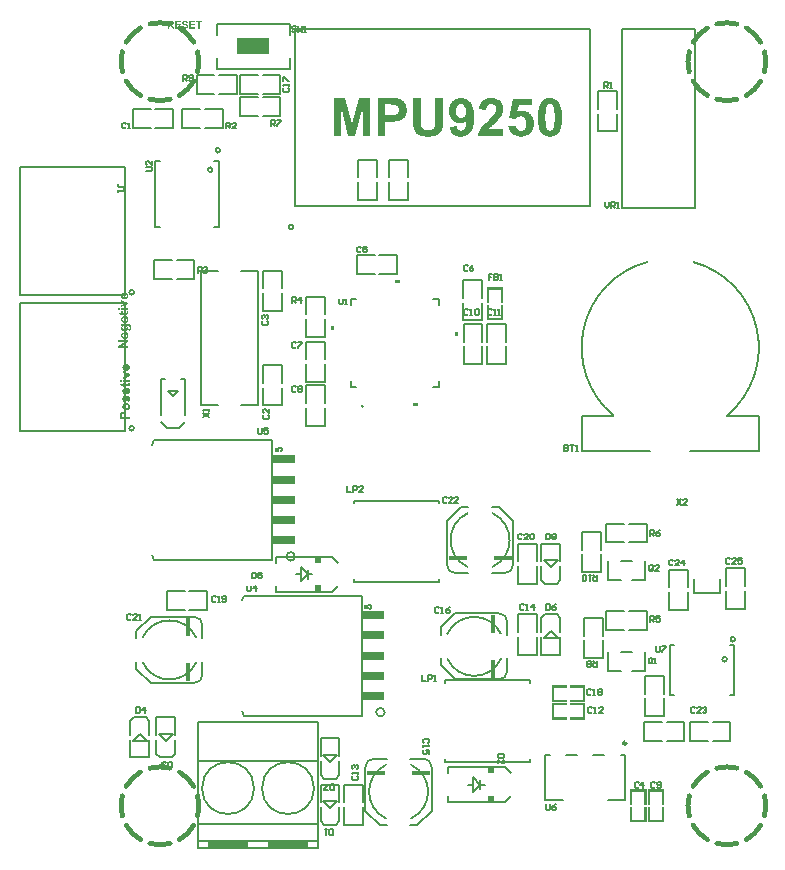
<source format=gto>
G04*
G04 #@! TF.GenerationSoftware,Altium Limited,Altium Designer,22.3.1 (43)*
G04*
G04 Layer_Color=65535*
%FSLAX44Y44*%
%MOMM*%
G71*
G04*
G04 #@! TF.SameCoordinates,0660A848-1A26-4927-BFA5-E7A76C088184*
G04*
G04*
G04 #@! TF.FilePolarity,Positive*
G04*
G01*
G75*
%ADD10C,0.2000*%
%ADD11C,0.4000*%
%ADD12C,0.1524*%
%ADD13C,0.2500*%
%ADD14C,0.1500*%
%ADD15R,3.4000X0.5800*%
%ADD16R,1.8640X0.7620*%
%ADD17R,1.5240X0.4000*%
%ADD18R,0.6000X0.6000*%
%ADD19R,0.4000X1.5240*%
%ADD20R,2.8000X1.4000*%
G36*
X238047Y478009D02*
X234237D01*
Y480549D01*
X238047D01*
Y478009D01*
D02*
G37*
G36*
X325642Y472000D02*
Y461000D01*
X323642D01*
Y472000D01*
X313642D01*
Y461000D01*
X311642D01*
Y472000D01*
Y474000D01*
X325642D01*
Y472000D01*
D02*
G37*
G36*
Y446000D02*
X311642D01*
Y448000D01*
Y459000D01*
X313642D01*
Y448000D01*
X323642D01*
Y459000D01*
X325642D01*
Y446000D01*
D02*
G37*
G36*
X182633Y437595D02*
X180093D01*
Y441405D01*
X182633D01*
Y437595D01*
D02*
G37*
G36*
X287191Y432595D02*
X284651D01*
Y436405D01*
X287191D01*
Y432595D01*
D02*
G37*
G36*
X253047Y373451D02*
X249237D01*
Y375991D01*
X253047D01*
Y373451D01*
D02*
G37*
G36*
X395000Y135000D02*
Y123000D01*
X382000D01*
Y125000D01*
X393000D01*
Y135000D01*
X382000D01*
Y137000D01*
X395000D01*
Y135000D01*
D02*
G37*
G36*
X380000D02*
X369000D01*
Y125000D01*
X380000D01*
Y123000D01*
X367000D01*
Y135000D01*
Y137000D01*
X380000D01*
Y135000D01*
D02*
G37*
G36*
X395000Y120000D02*
Y108000D01*
X382000D01*
Y110000D01*
X393000D01*
Y120000D01*
X382000D01*
Y122000D01*
X395000D01*
Y120000D01*
D02*
G37*
G36*
X380000D02*
X369000D01*
Y110000D01*
X380000D01*
Y108000D01*
X367000D01*
Y120000D01*
Y122000D01*
X380000D01*
Y120000D01*
D02*
G37*
G36*
X462000Y47000D02*
Y36000D01*
X460000D01*
Y47000D01*
X450000D01*
Y36000D01*
X448000D01*
Y47000D01*
Y49000D01*
X462000D01*
Y47000D01*
D02*
G37*
G36*
X447000D02*
Y36000D01*
X445000D01*
Y47000D01*
X435000D01*
Y36000D01*
X433000D01*
Y47000D01*
Y49000D01*
X447000D01*
Y47000D01*
D02*
G37*
G36*
X462000Y21000D02*
X448000D01*
Y34000D01*
X450000D01*
Y23000D01*
X460000D01*
Y34000D01*
X462000D01*
Y21000D01*
D02*
G37*
G36*
X447000D02*
X433000D01*
Y23000D01*
Y34000D01*
X435000D01*
Y23000D01*
X445000D01*
Y34000D01*
X447000D01*
Y21000D01*
D02*
G37*
G36*
X56356Y699629D02*
X56458Y699620D01*
X56578Y699611D01*
X56698Y699592D01*
X56837Y699574D01*
X57133Y699509D01*
X57281Y699463D01*
X57428Y699416D01*
X57576Y699352D01*
X57715Y699278D01*
X57845Y699194D01*
X57965Y699102D01*
X57974Y699093D01*
X57992Y699074D01*
X58020Y699047D01*
X58057Y699010D01*
X58103Y698954D01*
X58159Y698889D01*
X58214Y698816D01*
X58279Y698732D01*
X58334Y698631D01*
X58390Y698529D01*
X58446Y698409D01*
X58492Y698279D01*
X58538Y698150D01*
X58575Y698002D01*
X58603Y697854D01*
X58612Y697688D01*
X57318Y697641D01*
Y697651D01*
Y697660D01*
X57299Y697725D01*
X57281Y697808D01*
X57243Y697909D01*
X57197Y698030D01*
X57133Y698140D01*
X57049Y698251D01*
X56957Y698344D01*
X56948Y698353D01*
X56911Y698381D01*
X56846Y698418D01*
X56754Y698455D01*
X56643Y698492D01*
X56504Y698529D01*
X56337Y698557D01*
X56143Y698566D01*
X56051D01*
X55949Y698557D01*
X55829Y698538D01*
X55690Y698510D01*
X55542Y698464D01*
X55404Y698409D01*
X55274Y698326D01*
X55265Y698316D01*
X55247Y698298D01*
X55209Y698270D01*
X55173Y698224D01*
X55135Y698168D01*
X55099Y698094D01*
X55080Y698020D01*
X55071Y697928D01*
Y697919D01*
Y697891D01*
X55080Y697845D01*
X55099Y697798D01*
X55117Y697734D01*
X55145Y697669D01*
X55191Y697604D01*
X55256Y697540D01*
X55265Y697530D01*
X55311Y697503D01*
X55339Y697484D01*
X55385Y697466D01*
X55431Y697438D01*
X55496Y697410D01*
X55570Y697382D01*
X55653Y697345D01*
X55755Y697308D01*
X55857Y697271D01*
X55986Y697234D01*
X56125Y697197D01*
X56273Y697160D01*
X56439Y697114D01*
X56448D01*
X56485Y697105D01*
X56532Y697096D01*
X56596Y697077D01*
X56670Y697059D01*
X56763Y697031D01*
X56865Y697003D01*
X56966Y696976D01*
X57188Y696902D01*
X57419Y696828D01*
X57641Y696745D01*
X57733Y696698D01*
X57826Y696652D01*
X57835D01*
X57845Y696643D01*
X57900Y696606D01*
X57983Y696550D01*
X58085Y696476D01*
X58196Y696384D01*
X58316Y696273D01*
X58436Y696143D01*
X58538Y695996D01*
X58547Y695977D01*
X58575Y695922D01*
X58621Y695838D01*
X58667Y695718D01*
X58714Y695570D01*
X58760Y695395D01*
X58787Y695200D01*
X58797Y694978D01*
Y694969D01*
Y694951D01*
Y694923D01*
Y694886D01*
X58787Y694840D01*
X58778Y694775D01*
X58760Y694646D01*
X58723Y694479D01*
X58667Y694304D01*
X58584Y694128D01*
X58482Y693943D01*
Y693934D01*
X58464Y693924D01*
X58427Y693869D01*
X58353Y693777D01*
X58260Y693675D01*
X58140Y693555D01*
X57983Y693444D01*
X57817Y693333D01*
X57613Y693231D01*
X57604D01*
X57586Y693222D01*
X57558Y693213D01*
X57512Y693194D01*
X57456Y693176D01*
X57392Y693157D01*
X57318Y693139D01*
X57234Y693120D01*
X57133Y693092D01*
X57031Y693074D01*
X56790Y693037D01*
X56522Y693009D01*
X56227Y693000D01*
X56106D01*
X56023Y693009D01*
X55921Y693018D01*
X55810Y693028D01*
X55681Y693046D01*
X55542Y693074D01*
X55237Y693139D01*
X55080Y693185D01*
X54932Y693231D01*
X54775Y693296D01*
X54627Y693370D01*
X54488Y693453D01*
X54359Y693555D01*
X54350Y693564D01*
X54331Y693583D01*
X54294Y693610D01*
X54257Y693656D01*
X54202Y693721D01*
X54146Y693795D01*
X54082Y693878D01*
X54017Y693971D01*
X53952Y694082D01*
X53887Y694202D01*
X53823Y694341D01*
X53758Y694489D01*
X53712Y694646D01*
X53656Y694821D01*
X53619Y695006D01*
X53591Y695200D01*
X54849Y695321D01*
Y695311D01*
X54858Y695293D01*
Y695256D01*
X54867Y695219D01*
X54904Y695108D01*
X54951Y694969D01*
X55006Y694812D01*
X55089Y694655D01*
X55182Y694516D01*
X55302Y694387D01*
X55320Y694378D01*
X55367Y694341D01*
X55441Y694294D01*
X55552Y694239D01*
X55690Y694183D01*
X55847Y694137D01*
X56032Y694100D01*
X56245Y694091D01*
X56347D01*
X56458Y694109D01*
X56596Y694128D01*
X56744Y694156D01*
X56901Y694202D01*
X57049Y694267D01*
X57179Y694350D01*
X57197Y694359D01*
X57234Y694396D01*
X57281Y694452D01*
X57345Y694526D01*
X57401Y694618D01*
X57456Y694729D01*
X57493Y694840D01*
X57502Y694969D01*
Y694978D01*
Y695006D01*
X57493Y695052D01*
X57484Y695108D01*
X57465Y695163D01*
X57447Y695228D01*
X57410Y695293D01*
X57364Y695358D01*
X57354Y695367D01*
X57336Y695385D01*
X57308Y695413D01*
X57262Y695450D01*
X57197Y695496D01*
X57114Y695543D01*
X57022Y695589D01*
X56901Y695635D01*
X56892D01*
X56855Y695654D01*
X56790Y695672D01*
X56744Y695691D01*
X56689Y695700D01*
X56624Y695718D01*
X56550Y695746D01*
X56467Y695764D01*
X56374Y695792D01*
X56263Y695820D01*
X56143Y695848D01*
X56014Y695885D01*
X55866Y695922D01*
X55857D01*
X55820Y695931D01*
X55764Y695949D01*
X55700Y695968D01*
X55616Y695996D01*
X55515Y696023D01*
X55413Y696060D01*
X55293Y696097D01*
X55052Y696190D01*
X54821Y696301D01*
X54701Y696356D01*
X54599Y696421D01*
X54498Y696486D01*
X54414Y696550D01*
X54405Y696560D01*
X54387Y696578D01*
X54359Y696606D01*
X54322Y696643D01*
X54276Y696698D01*
X54229Y696763D01*
X54174Y696828D01*
X54128Y696911D01*
X54017Y697105D01*
X53924Y697327D01*
X53887Y697447D01*
X53860Y697567D01*
X53841Y697706D01*
X53832Y697845D01*
Y697854D01*
Y697863D01*
Y697891D01*
Y697928D01*
X53850Y698020D01*
X53869Y698140D01*
X53897Y698279D01*
X53943Y698436D01*
X54008Y698603D01*
X54100Y698760D01*
Y698769D01*
X54109Y698779D01*
X54156Y698834D01*
X54211Y698908D01*
X54303Y699000D01*
X54414Y699102D01*
X54553Y699213D01*
X54710Y699315D01*
X54895Y699407D01*
X54904D01*
X54923Y699416D01*
X54951Y699426D01*
X54988Y699444D01*
X55043Y699463D01*
X55099Y699481D01*
X55173Y699500D01*
X55256Y699527D01*
X55441Y699564D01*
X55653Y699601D01*
X55894Y699629D01*
X56162Y699638D01*
X56273D01*
X56356Y699629D01*
D02*
G37*
G36*
X70483Y698436D02*
X68597D01*
Y693120D01*
X67303D01*
Y698436D01*
X65407D01*
Y699518D01*
X70483D01*
Y698436D01*
D02*
G37*
G36*
X64640D02*
X61191D01*
Y697022D01*
X64400D01*
Y695940D01*
X61191D01*
Y694202D01*
X64760D01*
Y693120D01*
X59897D01*
Y699518D01*
X64640D01*
Y698436D01*
D02*
G37*
G36*
X52713D02*
X49265D01*
Y697022D01*
X52473D01*
Y695940D01*
X49265D01*
Y694202D01*
X52833D01*
Y693120D01*
X47970D01*
Y699518D01*
X52713D01*
Y698436D01*
D02*
G37*
G36*
X44485Y699509D02*
X44586D01*
X44688Y699500D01*
X44808D01*
X45049Y699472D01*
X45298Y699444D01*
X45529Y699398D01*
X45631Y699370D01*
X45724Y699342D01*
X45733D01*
X45742Y699333D01*
X45798Y699305D01*
X45881Y699259D01*
X45992Y699204D01*
X46112Y699111D01*
X46232Y699010D01*
X46352Y698880D01*
X46463Y698723D01*
Y698714D01*
X46472Y698705D01*
X46491Y698677D01*
X46509Y698649D01*
X46556Y698557D01*
X46611Y698436D01*
X46657Y698288D01*
X46704Y698122D01*
X46740Y697928D01*
X46750Y697725D01*
Y697715D01*
Y697697D01*
Y697651D01*
X46740Y697604D01*
Y697540D01*
X46731Y697475D01*
X46694Y697308D01*
X46648Y697114D01*
X46574Y696920D01*
X46463Y696717D01*
X46398Y696624D01*
X46325Y696532D01*
X46315Y696523D01*
X46306Y696513D01*
X46278Y696486D01*
X46241Y696458D01*
X46204Y696421D01*
X46149Y696375D01*
X46084Y696328D01*
X46010Y696282D01*
X45927Y696227D01*
X45825Y696180D01*
X45724Y696134D01*
X45613Y696088D01*
X45483Y696042D01*
X45354Y696005D01*
X45215Y695968D01*
X45058Y695940D01*
X45067D01*
X45076Y695931D01*
X45132Y695894D01*
X45206Y695848D01*
X45298Y695783D01*
X45409Y695700D01*
X45520Y695617D01*
X45640Y695515D01*
X45742Y695404D01*
X45751Y695395D01*
X45798Y695348D01*
X45853Y695274D01*
X45936Y695163D01*
X46047Y695025D01*
X46103Y694932D01*
X46167Y694840D01*
X46241Y694738D01*
X46315Y694627D01*
X46398Y694498D01*
X46482Y694368D01*
X47267Y693120D01*
X45714D01*
X44790Y694507D01*
X44781Y694516D01*
X44771Y694544D01*
X44743Y694581D01*
X44707Y694627D01*
X44669Y694683D01*
X44623Y694757D01*
X44522Y694905D01*
X44401Y695071D01*
X44290Y695219D01*
X44189Y695358D01*
X44142Y695404D01*
X44106Y695450D01*
X44096Y695459D01*
X44078Y695478D01*
X44041Y695515D01*
X43995Y695561D01*
X43930Y695598D01*
X43865Y695644D01*
X43791Y695681D01*
X43717Y695718D01*
X43708D01*
X43680Y695727D01*
X43634Y695746D01*
X43560Y695755D01*
X43468Y695774D01*
X43357Y695783D01*
X43227Y695792D01*
X42811D01*
Y693120D01*
X41517D01*
Y699518D01*
X44401D01*
X44485Y699509D01*
D02*
G37*
G36*
X5619Y465555D02*
X5630D01*
X5655D01*
X5691D01*
X5739Y465567D01*
X5859Y465579D01*
X6027Y465603D01*
X6195Y465651D01*
X6387Y465723D01*
X6568Y465808D01*
X6724Y465928D01*
X6736Y465940D01*
X6784Y466000D01*
X6844Y466072D01*
X6916Y466180D01*
X6988Y466312D01*
X7048Y466480D01*
X7096Y466661D01*
X7108Y466853D01*
Y466913D01*
X7096Y466985D01*
X7084Y467069D01*
X7060Y467165D01*
X7024Y467273D01*
X6976Y467381D01*
X6904Y467477D01*
X6892Y467490D01*
X6868Y467526D01*
X6820Y467574D01*
X6748Y467622D01*
X6652Y467694D01*
X6544Y467754D01*
X6399Y467814D01*
X6243Y467874D01*
X6508Y469460D01*
X6520D01*
X6544Y469448D01*
X6592Y469424D01*
X6652Y469400D01*
X6724Y469364D01*
X6808Y469328D01*
X7000Y469220D01*
X7216Y469087D01*
X7445Y468919D01*
X7649Y468715D01*
X7841Y468487D01*
Y468475D01*
X7865Y468463D01*
X7877Y468415D01*
X7913Y468367D01*
X7949Y468307D01*
X7985Y468222D01*
X8021Y468138D01*
X8069Y468030D01*
X8153Y467790D01*
X8226Y467514D01*
X8274Y467189D01*
X8298Y466841D01*
Y466769D01*
X8286Y466697D01*
Y466589D01*
X8262Y466456D01*
X8238Y466300D01*
X8214Y466132D01*
X8166Y465964D01*
X8117Y465771D01*
X8045Y465579D01*
X7961Y465387D01*
X7865Y465195D01*
X7745Y465003D01*
X7613Y464822D01*
X7457Y464666D01*
X7276Y464510D01*
X7265Y464498D01*
X7240Y464486D01*
X7192Y464462D01*
X7132Y464414D01*
X7048Y464378D01*
X6952Y464330D01*
X6844Y464270D01*
X6712Y464222D01*
X6568Y464162D01*
X6411Y464114D01*
X6243Y464053D01*
X6051Y464017D01*
X5859Y463981D01*
X5655Y463945D01*
X5426Y463933D01*
X5198Y463921D01*
X5186D01*
X5138D01*
X5054D01*
X4946Y463933D01*
X4826Y463945D01*
X4681Y463957D01*
X4525Y463981D01*
X4345Y464017D01*
X3973Y464114D01*
X3780Y464174D01*
X3576Y464246D01*
X3384Y464342D01*
X3204Y464450D01*
X3023Y464570D01*
X2855Y464702D01*
X2843Y464714D01*
X2819Y464738D01*
X2771Y464786D01*
X2723Y464846D01*
X2663Y464919D01*
X2591Y465015D01*
X2507Y465123D01*
X2423Y465243D01*
X2351Y465375D01*
X2266Y465531D01*
X2194Y465687D01*
X2134Y465868D01*
X2086Y466048D01*
X2038Y466252D01*
X2014Y466456D01*
X2002Y466673D01*
Y466805D01*
X2014Y466901D01*
X2026Y467009D01*
X2050Y467141D01*
X2074Y467285D01*
X2110Y467441D01*
X2158Y467610D01*
X2218Y467778D01*
X2291Y467958D01*
X2387Y468138D01*
X2483Y468307D01*
X2603Y468475D01*
X2747Y468643D01*
X2903Y468787D01*
X2915Y468799D01*
X2939Y468823D01*
X2999Y468859D01*
X3072Y468907D01*
X3168Y468967D01*
X3276Y469027D01*
X3420Y469099D01*
X3576Y469171D01*
X3756Y469244D01*
X3961Y469316D01*
X4177Y469376D01*
X4429Y469436D01*
X4693Y469484D01*
X4982Y469520D01*
X5282Y469544D01*
X5619D01*
Y465555D01*
D02*
G37*
G36*
X8166Y461002D02*
Y459560D01*
X2134Y457133D01*
Y458803D01*
X5222Y459945D01*
X6243Y460269D01*
X6231Y460281D01*
X6183Y460293D01*
X6111Y460317D01*
X6039Y460341D01*
X5859Y460401D01*
X5787Y460425D01*
X5727Y460437D01*
X5715D01*
X5679Y460449D01*
X5630Y460461D01*
X5570Y460485D01*
X5402Y460533D01*
X5222Y460605D01*
X2134Y461759D01*
Y463393D01*
X8166Y461002D01*
D02*
G37*
G36*
Y454682D02*
X2134D01*
Y456280D01*
X8166D01*
Y454682D01*
D02*
G37*
G36*
X1329D02*
X-148D01*
Y456280D01*
X1329D01*
Y454682D01*
D02*
G37*
G36*
X8069Y453709D02*
X8081Y453697D01*
X8105Y453625D01*
X8141Y453505D01*
X8177Y453349D01*
X8226Y453169D01*
X8262Y452952D01*
X8286Y452712D01*
X8298Y452460D01*
Y452388D01*
X8286Y452304D01*
X8274Y452196D01*
X8262Y452075D01*
X8238Y451943D01*
X8202Y451811D01*
X8153Y451679D01*
X8141Y451667D01*
X8130Y451619D01*
X8093Y451559D01*
X8057Y451487D01*
X7937Y451318D01*
X7865Y451234D01*
X7781Y451162D01*
X7769Y451150D01*
X7733Y451138D01*
X7685Y451114D01*
X7613Y451078D01*
X7529Y451042D01*
X7421Y451006D01*
X7301Y450970D01*
X7168Y450946D01*
X7156D01*
X7108Y450934D01*
X7036D01*
X6916Y450922D01*
X6760Y450910D01*
X6568D01*
X6460Y450898D01*
X6327D01*
X6195D01*
X6039D01*
X3408D01*
Y450165D01*
X2134D01*
Y450898D01*
X933D01*
X-4Y452496D01*
X2134D01*
Y453589D01*
X3408D01*
Y452496D01*
X5847D01*
X5859D01*
X5883D01*
X5919D01*
X5967D01*
X6087D01*
X6231D01*
X6375Y452508D01*
X6520D01*
X6628D01*
X6676Y452520D01*
X6700D01*
X6724Y452532D01*
X6772Y452556D01*
X6832Y452592D01*
X6904Y452664D01*
X6916Y452688D01*
X6940Y452736D01*
X6964Y452820D01*
X6976Y452928D01*
Y452976D01*
X6964Y453024D01*
X6952Y453097D01*
X6940Y453193D01*
X6916Y453301D01*
X6880Y453433D01*
X6832Y453577D01*
X8069Y453721D01*
Y453709D01*
D02*
G37*
G36*
X5619Y445528D02*
X5630D01*
X5655D01*
X5691D01*
X5739Y445540D01*
X5859Y445552D01*
X6027Y445576D01*
X6195Y445624D01*
X6387Y445696D01*
X6568Y445780D01*
X6724Y445900D01*
X6736Y445912D01*
X6784Y445972D01*
X6844Y446044D01*
X6916Y446152D01*
X6988Y446284D01*
X7048Y446453D01*
X7096Y446633D01*
X7108Y446825D01*
Y446885D01*
X7096Y446957D01*
X7084Y447041D01*
X7060Y447137D01*
X7024Y447246D01*
X6976Y447354D01*
X6904Y447450D01*
X6892Y447462D01*
X6868Y447498D01*
X6820Y447546D01*
X6748Y447594D01*
X6652Y447666D01*
X6544Y447726D01*
X6399Y447786D01*
X6243Y447846D01*
X6508Y449432D01*
X6520D01*
X6544Y449420D01*
X6592Y449396D01*
X6652Y449372D01*
X6724Y449336D01*
X6808Y449300D01*
X7000Y449192D01*
X7216Y449060D01*
X7445Y448892D01*
X7649Y448687D01*
X7841Y448459D01*
Y448447D01*
X7865Y448435D01*
X7877Y448387D01*
X7913Y448339D01*
X7949Y448279D01*
X7985Y448195D01*
X8021Y448111D01*
X8069Y448003D01*
X8153Y447762D01*
X8226Y447486D01*
X8274Y447161D01*
X8298Y446813D01*
Y446741D01*
X8286Y446669D01*
Y446561D01*
X8262Y446429D01*
X8238Y446273D01*
X8214Y446104D01*
X8166Y445936D01*
X8117Y445744D01*
X8045Y445552D01*
X7961Y445359D01*
X7865Y445167D01*
X7745Y444975D01*
X7613Y444795D01*
X7457Y444638D01*
X7276Y444482D01*
X7265Y444470D01*
X7240Y444458D01*
X7192Y444434D01*
X7132Y444386D01*
X7048Y444350D01*
X6952Y444302D01*
X6844Y444242D01*
X6712Y444194D01*
X6568Y444134D01*
X6411Y444086D01*
X6243Y444026D01*
X6051Y443990D01*
X5859Y443954D01*
X5655Y443918D01*
X5426Y443906D01*
X5198Y443894D01*
X5186D01*
X5138D01*
X5054D01*
X4946Y443906D01*
X4826Y443918D01*
X4681Y443930D01*
X4525Y443954D01*
X4345Y443990D01*
X3973Y444086D01*
X3780Y444146D01*
X3576Y444218D01*
X3384Y444314D01*
X3204Y444422D01*
X3023Y444542D01*
X2855Y444675D01*
X2843Y444687D01*
X2819Y444711D01*
X2771Y444759D01*
X2723Y444819D01*
X2663Y444891D01*
X2591Y444987D01*
X2507Y445095D01*
X2423Y445215D01*
X2351Y445347D01*
X2266Y445504D01*
X2194Y445660D01*
X2134Y445840D01*
X2086Y446020D01*
X2038Y446224D01*
X2014Y446429D01*
X2002Y446645D01*
Y446777D01*
X2014Y446873D01*
X2026Y446981D01*
X2050Y447113D01*
X2074Y447258D01*
X2110Y447414D01*
X2158Y447582D01*
X2218Y447750D01*
X2291Y447930D01*
X2387Y448111D01*
X2483Y448279D01*
X2603Y448447D01*
X2747Y448615D01*
X2903Y448759D01*
X2915Y448771D01*
X2939Y448795D01*
X2999Y448831D01*
X3072Y448880D01*
X3168Y448940D01*
X3276Y449000D01*
X3420Y449072D01*
X3576Y449144D01*
X3756Y449216D01*
X3961Y449288D01*
X4177Y449348D01*
X4429Y449408D01*
X4693Y449456D01*
X4982Y449492D01*
X5282Y449516D01*
X5619D01*
Y445528D01*
D02*
G37*
G36*
X7913Y442764D02*
X8141Y442752D01*
X8406Y442728D01*
X8670Y442704D01*
X8922Y442656D01*
X9031Y442632D01*
X9139Y442596D01*
X9163Y442584D01*
X9223Y442560D01*
X9319Y442524D01*
X9439Y442464D01*
X9571Y442392D01*
X9715Y442308D01*
X9847Y442212D01*
X9968Y442091D01*
X9980Y442080D01*
X10016Y442032D01*
X10076Y441959D01*
X10136Y441875D01*
X10208Y441755D01*
X10292Y441611D01*
X10364Y441443D01*
X10436Y441250D01*
X10448Y441227D01*
X10460Y441154D01*
X10496Y441046D01*
X10520Y440890D01*
X10556Y440686D01*
X10592Y440458D01*
X10604Y440193D01*
X10616Y439905D01*
Y439761D01*
X10604Y439653D01*
Y439533D01*
X10592Y439388D01*
X10568Y439232D01*
X10544Y439064D01*
X10484Y438703D01*
X10388Y438343D01*
X10328Y438175D01*
X10256Y438007D01*
X10184Y437863D01*
X10088Y437730D01*
X10076Y437718D01*
X10064Y437706D01*
X9992Y437634D01*
X9883Y437526D01*
X9727Y437418D01*
X9535Y437298D01*
X9307Y437190D01*
X9043Y437118D01*
X8898Y437106D01*
X8754Y437094D01*
X8742D01*
X8694D01*
X8634D01*
X8562Y437106D01*
X8778Y438932D01*
X8790D01*
X8826Y438944D01*
X8886Y438956D01*
X8946Y438968D01*
X9091Y439028D01*
X9163Y439076D01*
X9211Y439136D01*
X9223Y439148D01*
X9235Y439184D01*
X9271Y439232D01*
X9295Y439316D01*
X9331Y439412D01*
X9367Y439533D01*
X9379Y439677D01*
X9391Y439845D01*
Y439953D01*
X9379Y440061D01*
X9367Y440193D01*
X9343Y440350D01*
X9307Y440506D01*
X9259Y440650D01*
X9199Y440782D01*
X9187Y440794D01*
X9175Y440818D01*
X9151Y440854D01*
X9103Y440902D01*
X9043Y440950D01*
X8971Y440998D01*
X8886Y441046D01*
X8790Y441094D01*
X8778D01*
X8754Y441106D01*
X8706Y441118D01*
X8622Y441142D01*
X8526Y441154D01*
X8406Y441166D01*
X8250Y441178D01*
X8069D01*
X7192D01*
X7204Y441166D01*
X7228Y441142D01*
X7276Y441106D01*
X7349Y441046D01*
X7421Y440986D01*
X7505Y440902D01*
X7589Y440794D01*
X7673Y440686D01*
X7769Y440566D01*
X7853Y440421D01*
X8009Y440121D01*
X8069Y439953D01*
X8117Y439773D01*
X8153Y439581D01*
X8166Y439376D01*
Y439328D01*
X8153Y439256D01*
Y439172D01*
X8130Y439076D01*
X8105Y438956D01*
X8081Y438824D01*
X8033Y438680D01*
X7985Y438535D01*
X7913Y438379D01*
X7829Y438211D01*
X7733Y438055D01*
X7613Y437899D01*
X7481Y437742D01*
X7325Y437598D01*
X7144Y437454D01*
X7132D01*
X7108Y437430D01*
X7060Y437406D01*
X7000Y437370D01*
X6916Y437322D01*
X6820Y437274D01*
X6712Y437226D01*
X6580Y437178D01*
X6447Y437130D01*
X6291Y437082D01*
X6123Y437034D01*
X5943Y436986D01*
X5558Y436925D01*
X5342Y436913D01*
X5126Y436901D01*
X5114D01*
X5054D01*
X4982D01*
X4874Y436913D01*
X4753Y436925D01*
X4609Y436937D01*
X4441Y436962D01*
X4273Y436997D01*
X3889Y437082D01*
X3696Y437142D01*
X3504Y437202D01*
X3324Y437286D01*
X3132Y437382D01*
X2963Y437490D01*
X2807Y437622D01*
X2795Y437634D01*
X2771Y437658D01*
X2735Y437694D01*
X2675Y437754D01*
X2615Y437826D01*
X2555Y437911D01*
X2483Y438007D01*
X2399Y438127D01*
X2327Y438247D01*
X2254Y438391D01*
X2122Y438691D01*
X2074Y438872D01*
X2038Y439052D01*
X2014Y439244D01*
X2002Y439436D01*
Y439484D01*
X2014Y439544D01*
Y439629D01*
X2038Y439713D01*
X2050Y439833D01*
X2086Y439953D01*
X2122Y440085D01*
X2182Y440229D01*
X2243Y440373D01*
X2327Y440530D01*
X2423Y440686D01*
X2531Y440842D01*
X2675Y440998D01*
X2819Y441142D01*
X2999Y441287D01*
X2134D01*
Y442776D01*
X7553D01*
X7565D01*
X7601D01*
X7649D01*
X7721D01*
X7817D01*
X7913Y442764D01*
D02*
G37*
G36*
X5619Y431964D02*
X5630D01*
X5655D01*
X5691D01*
X5739Y431976D01*
X5859Y431988D01*
X6027Y432012D01*
X6195Y432060D01*
X6387Y432132D01*
X6568Y432216D01*
X6724Y432336D01*
X6736Y432348D01*
X6784Y432408D01*
X6844Y432480D01*
X6916Y432588D01*
X6988Y432720D01*
X7048Y432889D01*
X7096Y433069D01*
X7108Y433261D01*
Y433321D01*
X7096Y433393D01*
X7084Y433477D01*
X7060Y433573D01*
X7024Y433682D01*
X6976Y433790D01*
X6904Y433886D01*
X6892Y433898D01*
X6868Y433934D01*
X6820Y433982D01*
X6748Y434030D01*
X6652Y434102D01*
X6544Y434162D01*
X6399Y434222D01*
X6243Y434282D01*
X6508Y435868D01*
X6520D01*
X6544Y435856D01*
X6592Y435832D01*
X6652Y435808D01*
X6724Y435772D01*
X6808Y435736D01*
X7000Y435628D01*
X7216Y435496D01*
X7445Y435327D01*
X7649Y435123D01*
X7841Y434895D01*
Y434883D01*
X7865Y434871D01*
X7877Y434823D01*
X7913Y434775D01*
X7949Y434715D01*
X7985Y434631D01*
X8021Y434547D01*
X8069Y434439D01*
X8153Y434198D01*
X8226Y433922D01*
X8274Y433597D01*
X8298Y433249D01*
Y433177D01*
X8286Y433105D01*
Y432997D01*
X8262Y432865D01*
X8238Y432708D01*
X8214Y432540D01*
X8166Y432372D01*
X8117Y432180D01*
X8045Y431988D01*
X7961Y431795D01*
X7865Y431603D01*
X7745Y431411D01*
X7613Y431231D01*
X7457Y431074D01*
X7276Y430918D01*
X7265Y430906D01*
X7240Y430894D01*
X7192Y430870D01*
X7132Y430822D01*
X7048Y430786D01*
X6952Y430738D01*
X6844Y430678D01*
X6712Y430630D01*
X6568Y430570D01*
X6411Y430522D01*
X6243Y430462D01*
X6051Y430426D01*
X5859Y430390D01*
X5655Y430354D01*
X5426Y430342D01*
X5198Y430330D01*
X5186D01*
X5138D01*
X5054D01*
X4946Y430342D01*
X4826Y430354D01*
X4681Y430366D01*
X4525Y430390D01*
X4345Y430426D01*
X3973Y430522D01*
X3780Y430582D01*
X3576Y430654D01*
X3384Y430750D01*
X3204Y430858D01*
X3023Y430978D01*
X2855Y431110D01*
X2843Y431123D01*
X2819Y431147D01*
X2771Y431195D01*
X2723Y431255D01*
X2663Y431327D01*
X2591Y431423D01*
X2507Y431531D01*
X2423Y431651D01*
X2351Y431783D01*
X2266Y431940D01*
X2194Y432096D01*
X2134Y432276D01*
X2086Y432456D01*
X2038Y432660D01*
X2014Y432865D01*
X2002Y433081D01*
Y433213D01*
X2014Y433309D01*
X2026Y433417D01*
X2050Y433549D01*
X2074Y433694D01*
X2110Y433850D01*
X2158Y434018D01*
X2218Y434186D01*
X2291Y434366D01*
X2387Y434547D01*
X2483Y434715D01*
X2603Y434883D01*
X2747Y435051D01*
X2903Y435195D01*
X2915Y435207D01*
X2939Y435231D01*
X2999Y435267D01*
X3072Y435316D01*
X3168Y435376D01*
X3276Y435436D01*
X3420Y435508D01*
X3576Y435580D01*
X3756Y435652D01*
X3961Y435724D01*
X4177Y435784D01*
X4429Y435844D01*
X4693Y435892D01*
X4982Y435928D01*
X5282Y435952D01*
X5619D01*
Y431964D01*
D02*
G37*
G36*
X8166Y427350D02*
X2687Y423974D01*
X8166D01*
Y422424D01*
X-148D01*
Y424046D01*
X5450Y427482D01*
X-148D01*
Y429032D01*
X8166D01*
Y427350D01*
D02*
G37*
G36*
X6803Y404952D02*
X6815D01*
X6839D01*
X6875D01*
X6923Y404964D01*
X7043Y404976D01*
X7211Y405000D01*
X7380Y405048D01*
X7572Y405120D01*
X7752Y405204D01*
X7908Y405324D01*
X7920Y405336D01*
X7968Y405396D01*
X8028Y405468D01*
X8100Y405577D01*
X8173Y405709D01*
X8233Y405877D01*
X8281Y406057D01*
X8293Y406249D01*
Y406310D01*
X8281Y406382D01*
X8269Y406466D01*
X8245Y406562D01*
X8209Y406670D01*
X8160Y406778D01*
X8088Y406874D01*
X8076Y406886D01*
X8052Y406922D01*
X8004Y406970D01*
X7932Y407018D01*
X7836Y407090D01*
X7728Y407150D01*
X7584Y407211D01*
X7428Y407271D01*
X7692Y408857D01*
X7704D01*
X7728Y408844D01*
X7776Y408820D01*
X7836Y408796D01*
X7908Y408760D01*
X7992Y408724D01*
X8184Y408616D01*
X8401Y408484D01*
X8629Y408316D01*
X8833Y408112D01*
X9025Y407883D01*
Y407871D01*
X9050Y407859D01*
X9062Y407811D01*
X9098Y407763D01*
X9134Y407703D01*
X9170Y407619D01*
X9206Y407535D01*
X9254Y407427D01*
X9338Y407187D01*
X9410Y406910D01*
X9458Y406586D01*
X9482Y406237D01*
Y406165D01*
X9470Y406093D01*
Y405985D01*
X9446Y405853D01*
X9422Y405697D01*
X9398Y405529D01*
X9350Y405360D01*
X9302Y405168D01*
X9230Y404976D01*
X9146Y404784D01*
X9050Y404591D01*
X8929Y404399D01*
X8797Y404219D01*
X8641Y404063D01*
X8461Y403907D01*
X8449Y403895D01*
X8425Y403883D01*
X8377Y403859D01*
X8317Y403811D01*
X8233Y403774D01*
X8137Y403726D01*
X8028Y403666D01*
X7896Y403618D01*
X7752Y403558D01*
X7596Y403510D01*
X7428Y403450D01*
X7235Y403414D01*
X7043Y403378D01*
X6839Y403342D01*
X6611Y403330D01*
X6382Y403318D01*
X6370D01*
X6322D01*
X6238D01*
X6130Y403330D01*
X6010Y403342D01*
X5866Y403354D01*
X5710Y403378D01*
X5529Y403414D01*
X5157Y403510D01*
X4965Y403570D01*
X4760Y403642D01*
X4568Y403738D01*
X4388Y403847D01*
X4208Y403967D01*
X4040Y404099D01*
X4028Y404111D01*
X4004Y404135D01*
X3956Y404183D01*
X3907Y404243D01*
X3847Y404315D01*
X3775Y404411D01*
X3691Y404519D01*
X3607Y404640D01*
X3535Y404772D01*
X3451Y404928D01*
X3379Y405084D01*
X3319Y405264D01*
X3271Y405444D01*
X3223Y405649D01*
X3199Y405853D01*
X3187Y406069D01*
Y406201D01*
X3199Y406297D01*
X3211Y406406D01*
X3235Y406538D01*
X3259Y406682D01*
X3295Y406838D01*
X3343Y407006D01*
X3403Y407174D01*
X3475Y407355D01*
X3571Y407535D01*
X3667Y407703D01*
X3787Y407871D01*
X3932Y408040D01*
X4088Y408184D01*
X4100Y408196D01*
X4124Y408220D01*
X4184Y408256D01*
X4256Y408304D01*
X4352Y408364D01*
X4460Y408424D01*
X4604Y408496D01*
X4760Y408568D01*
X4941Y408640D01*
X5145Y408712D01*
X5361Y408772D01*
X5613Y408833D01*
X5878Y408881D01*
X6166Y408917D01*
X6467Y408941D01*
X6803D01*
Y404952D01*
D02*
G37*
G36*
X9350Y400398D02*
Y398957D01*
X3319Y396530D01*
Y398200D01*
X6406Y399341D01*
X7428Y399666D01*
X7416Y399678D01*
X7368Y399690D01*
X7296Y399714D01*
X7223Y399738D01*
X7043Y399798D01*
X6971Y399822D01*
X6911Y399834D01*
X6899D01*
X6863Y399846D01*
X6815Y399858D01*
X6755Y399882D01*
X6587Y399930D01*
X6406Y400002D01*
X3319Y401155D01*
Y402789D01*
X9350Y400398D01*
D02*
G37*
G36*
Y394079D02*
X3319D01*
Y395677D01*
X9350D01*
Y394079D01*
D02*
G37*
G36*
X2514D02*
X1036D01*
Y395677D01*
X2514D01*
Y394079D01*
D02*
G37*
G36*
X9254Y393106D02*
X9266Y393094D01*
X9290Y393022D01*
X9326Y392902D01*
X9362Y392745D01*
X9410Y392565D01*
X9446Y392349D01*
X9470Y392109D01*
X9482Y391856D01*
Y391784D01*
X9470Y391700D01*
X9458Y391592D01*
X9446Y391472D01*
X9422Y391340D01*
X9386Y391208D01*
X9338Y391076D01*
X9326Y391063D01*
X9314Y391015D01*
X9278Y390955D01*
X9242Y390883D01*
X9122Y390715D01*
X9050Y390631D01*
X8965Y390559D01*
X8953Y390547D01*
X8917Y390535D01*
X8869Y390511D01*
X8797Y390475D01*
X8713Y390439D01*
X8605Y390403D01*
X8485Y390367D01*
X8353Y390343D01*
X8341D01*
X8293Y390331D01*
X8221D01*
X8100Y390319D01*
X7944Y390307D01*
X7752D01*
X7644Y390294D01*
X7512D01*
X7380D01*
X7223D01*
X4592D01*
Y389562D01*
X3319D01*
Y390294D01*
X2117D01*
X1180Y391892D01*
X3319D01*
Y392986D01*
X4592D01*
Y391892D01*
X7031D01*
X7043D01*
X7067D01*
X7103D01*
X7151D01*
X7272D01*
X7416D01*
X7560Y391904D01*
X7704D01*
X7812D01*
X7860Y391917D01*
X7884D01*
X7908Y391928D01*
X7956Y391953D01*
X8016Y391988D01*
X8088Y392061D01*
X8100Y392085D01*
X8124Y392133D01*
X8148Y392217D01*
X8160Y392325D01*
Y392373D01*
X8148Y392421D01*
X8137Y392493D01*
X8124Y392589D01*
X8100Y392697D01*
X8064Y392830D01*
X8016Y392974D01*
X9254Y393118D01*
Y393106D01*
D02*
G37*
G36*
X6803Y384924D02*
X6815D01*
X6839D01*
X6875D01*
X6923Y384936D01*
X7043Y384948D01*
X7211Y384972D01*
X7380Y385020D01*
X7572Y385092D01*
X7752Y385177D01*
X7908Y385297D01*
X7920Y385309D01*
X7968Y385369D01*
X8028Y385441D01*
X8100Y385549D01*
X8173Y385681D01*
X8233Y385849D01*
X8281Y386030D01*
X8293Y386222D01*
Y386282D01*
X8281Y386354D01*
X8269Y386438D01*
X8245Y386534D01*
X8209Y386642D01*
X8160Y386750D01*
X8088Y386847D01*
X8076Y386858D01*
X8052Y386894D01*
X8004Y386943D01*
X7932Y386991D01*
X7836Y387063D01*
X7728Y387123D01*
X7584Y387183D01*
X7428Y387243D01*
X7692Y388829D01*
X7704D01*
X7728Y388817D01*
X7776Y388793D01*
X7836Y388769D01*
X7908Y388733D01*
X7992Y388697D01*
X8184Y388588D01*
X8401Y388456D01*
X8629Y388288D01*
X8833Y388084D01*
X9025Y387856D01*
Y387844D01*
X9050Y387832D01*
X9062Y387784D01*
X9098Y387735D01*
X9134Y387676D01*
X9170Y387591D01*
X9206Y387507D01*
X9254Y387399D01*
X9338Y387159D01*
X9410Y386883D01*
X9458Y386558D01*
X9482Y386210D01*
Y386138D01*
X9470Y386065D01*
Y385957D01*
X9446Y385825D01*
X9422Y385669D01*
X9398Y385501D01*
X9350Y385333D01*
X9302Y385140D01*
X9230Y384948D01*
X9146Y384756D01*
X9050Y384564D01*
X8929Y384371D01*
X8797Y384191D01*
X8641Y384035D01*
X8461Y383879D01*
X8449Y383867D01*
X8425Y383855D01*
X8377Y383831D01*
X8317Y383783D01*
X8233Y383747D01*
X8137Y383699D01*
X8028Y383639D01*
X7896Y383591D01*
X7752Y383531D01*
X7596Y383483D01*
X7428Y383422D01*
X7235Y383386D01*
X7043Y383350D01*
X6839Y383314D01*
X6611Y383302D01*
X6382Y383290D01*
X6370D01*
X6322D01*
X6238D01*
X6130Y383302D01*
X6010Y383314D01*
X5866Y383326D01*
X5710Y383350D01*
X5529Y383386D01*
X5157Y383483D01*
X4965Y383543D01*
X4760Y383615D01*
X4568Y383711D01*
X4388Y383819D01*
X4208Y383939D01*
X4040Y384071D01*
X4028Y384083D01*
X4004Y384107D01*
X3956Y384155D01*
X3907Y384215D01*
X3847Y384287D01*
X3775Y384384D01*
X3691Y384492D01*
X3607Y384612D01*
X3535Y384744D01*
X3451Y384900D01*
X3379Y385056D01*
X3319Y385237D01*
X3271Y385417D01*
X3223Y385621D01*
X3199Y385825D01*
X3187Y386041D01*
Y386174D01*
X3199Y386270D01*
X3211Y386378D01*
X3235Y386510D01*
X3259Y386654D01*
X3295Y386810D01*
X3343Y386979D01*
X3403Y387147D01*
X3475Y387327D01*
X3571Y387507D01*
X3667Y387676D01*
X3787Y387844D01*
X3932Y388012D01*
X4088Y388156D01*
X4100Y388168D01*
X4124Y388192D01*
X4184Y388228D01*
X4256Y388276D01*
X4352Y388336D01*
X4460Y388396D01*
X4604Y388468D01*
X4760Y388540D01*
X4941Y388613D01*
X5145Y388685D01*
X5361Y388745D01*
X5613Y388805D01*
X5878Y388853D01*
X6166Y388889D01*
X6467Y388913D01*
X6803D01*
Y384924D01*
D02*
G37*
G36*
X7608Y382341D02*
X7668Y382329D01*
X7752Y382317D01*
X7956Y382269D01*
X8173Y382185D01*
X8293Y382125D01*
X8413Y382065D01*
X8533Y381981D01*
X8653Y381885D01*
X8773Y381777D01*
X8893Y381656D01*
X8905Y381644D01*
X8917Y381620D01*
X8941Y381584D01*
X8989Y381524D01*
X9025Y381452D01*
X9074Y381368D01*
X9134Y381260D01*
X9182Y381140D01*
X9242Y381008D01*
X9290Y380851D01*
X9350Y380683D01*
X9386Y380503D01*
X9422Y380299D01*
X9458Y380083D01*
X9470Y379854D01*
X9482Y379614D01*
Y379494D01*
X9470Y379410D01*
Y379302D01*
X9458Y379181D01*
X9446Y379049D01*
X9422Y378905D01*
X9362Y378593D01*
X9278Y378268D01*
X9158Y377944D01*
X9074Y377800D01*
X8989Y377656D01*
X8978Y377644D01*
X8965Y377620D01*
X8941Y377584D01*
X8893Y377547D01*
X8785Y377415D01*
X8629Y377271D01*
X8437Y377115D01*
X8209Y376971D01*
X7932Y376839D01*
X7632Y376730D01*
X7392Y378328D01*
X7416D01*
X7464Y378352D01*
X7548Y378377D01*
X7656Y378413D01*
X7776Y378473D01*
X7884Y378545D01*
X8004Y378629D01*
X8100Y378737D01*
X8112Y378749D01*
X8137Y378797D01*
X8173Y378869D01*
X8209Y378965D01*
X8257Y379085D01*
X8293Y379241D01*
X8317Y379410D01*
X8329Y379614D01*
Y379710D01*
X8317Y379830D01*
X8305Y379962D01*
X8281Y380107D01*
X8233Y380263D01*
X8184Y380407D01*
X8112Y380539D01*
X8100Y380551D01*
X8076Y380575D01*
X8040Y380611D01*
X7992Y380647D01*
X7932Y380683D01*
X7860Y380719D01*
X7776Y380743D01*
X7680Y380755D01*
X7668D01*
X7644D01*
X7572Y380743D01*
X7476Y380707D01*
X7380Y380635D01*
X7356Y380611D01*
X7344Y380575D01*
X7308Y380527D01*
X7283Y380455D01*
X7247Y380359D01*
X7211Y380251D01*
X7175Y380107D01*
Y380083D01*
X7151Y380022D01*
X7127Y379926D01*
X7103Y379794D01*
X7067Y379638D01*
X7019Y379470D01*
X6971Y379277D01*
X6911Y379073D01*
X6791Y378653D01*
X6731Y378448D01*
X6659Y378256D01*
X6599Y378076D01*
X6527Y377908D01*
X6454Y377764D01*
X6394Y377656D01*
X6382Y377644D01*
X6370Y377620D01*
X6346Y377595D01*
X6298Y377547D01*
X6190Y377427D01*
X6034Y377307D01*
X5842Y377175D01*
X5613Y377055D01*
X5481Y377007D01*
X5337Y376983D01*
X5193Y376959D01*
X5037Y376947D01*
X5025D01*
X5001D01*
X4965D01*
X4905Y376959D01*
X4845Y376971D01*
X4760Y376983D01*
X4580Y377019D01*
X4376Y377091D01*
X4160Y377211D01*
X4040Y377271D01*
X3932Y377355D01*
X3823Y377451D01*
X3727Y377560D01*
X3715Y377571D01*
X3703Y377584D01*
X3679Y377620D01*
X3643Y377680D01*
X3607Y377740D01*
X3559Y377824D01*
X3511Y377920D01*
X3451Y378028D01*
X3403Y378160D01*
X3355Y378304D01*
X3307Y378461D01*
X3271Y378629D01*
X3235Y378821D01*
X3211Y379025D01*
X3187Y379241D01*
Y379686D01*
X3199Y379782D01*
X3211Y379902D01*
X3223Y380034D01*
X3235Y380179D01*
X3283Y380479D01*
X3355Y380779D01*
X3463Y381068D01*
X3523Y381200D01*
X3595Y381320D01*
Y381332D01*
X3619Y381344D01*
X3667Y381416D01*
X3763Y381524D01*
X3896Y381644D01*
X4052Y381788D01*
X4256Y381921D01*
X4496Y382053D01*
X4773Y382149D01*
X5049Y380647D01*
X5037D01*
X4989Y380623D01*
X4929Y380599D01*
X4857Y380563D01*
X4760Y380515D01*
X4676Y380443D01*
X4592Y380371D01*
X4520Y380275D01*
X4508Y380263D01*
X4484Y380227D01*
X4460Y380167D01*
X4424Y380083D01*
X4388Y379974D01*
X4352Y379842D01*
X4340Y379686D01*
X4328Y379506D01*
Y379398D01*
X4340Y379290D01*
X4352Y379157D01*
X4376Y379001D01*
X4400Y378857D01*
X4448Y378725D01*
X4508Y378605D01*
Y378593D01*
X4532Y378581D01*
X4592Y378521D01*
X4700Y378448D01*
X4760Y378437D01*
X4833Y378424D01*
X4845D01*
X4857D01*
X4929Y378448D01*
X5025Y378497D01*
X5073Y378533D01*
X5121Y378581D01*
X5133Y378593D01*
X5145Y378641D01*
X5169Y378665D01*
X5181Y378713D01*
X5205Y378773D01*
X5241Y378845D01*
X5265Y378941D01*
X5301Y379037D01*
X5337Y379157D01*
X5373Y379302D01*
X5421Y379458D01*
X5469Y379638D01*
X5517Y379842D01*
X5577Y380070D01*
Y380083D01*
X5590Y380131D01*
X5602Y380191D01*
X5626Y380275D01*
X5662Y380383D01*
X5686Y380503D01*
X5770Y380767D01*
X5878Y381068D01*
X5998Y381356D01*
X6070Y381500D01*
X6130Y381632D01*
X6214Y381740D01*
X6286Y381849D01*
X6310Y381873D01*
X6358Y381933D01*
X6454Y382005D01*
X6587Y382101D01*
X6755Y382197D01*
X6959Y382269D01*
X7199Y382329D01*
X7464Y382353D01*
X7476D01*
X7500D01*
X7548D01*
X7608Y382341D01*
D02*
G37*
G36*
X6551Y376034D02*
X6671Y376022D01*
X6803Y375998D01*
X6959Y375974D01*
X7115Y375938D01*
X7296Y375890D01*
X7476Y375829D01*
X7668Y375757D01*
X7860Y375673D01*
X8052Y375565D01*
X8233Y375445D01*
X8413Y375313D01*
X8593Y375157D01*
X8605Y375145D01*
X8629Y375121D01*
X8677Y375073D01*
X8737Y375000D01*
X8797Y374916D01*
X8869Y374808D01*
X8953Y374688D01*
X9038Y374556D01*
X9122Y374400D01*
X9206Y374232D01*
X9278Y374051D01*
X9338Y373847D01*
X9398Y373643D01*
X9446Y373415D01*
X9470Y373186D01*
X9482Y372934D01*
Y372850D01*
X9470Y372790D01*
Y372718D01*
X9458Y372634D01*
X9434Y372429D01*
X9386Y372177D01*
X9326Y371913D01*
X9230Y371637D01*
X9110Y371348D01*
Y371336D01*
X9098Y371312D01*
X9074Y371276D01*
X9038Y371228D01*
X8953Y371096D01*
X8833Y370928D01*
X8677Y370747D01*
X8485Y370555D01*
X8269Y370375D01*
X8016Y370207D01*
X8004D01*
X7980Y370195D01*
X7944Y370171D01*
X7884Y370147D01*
X7812Y370123D01*
X7728Y370087D01*
X7632Y370051D01*
X7524Y370015D01*
X7404Y369978D01*
X7272Y369943D01*
X6971Y369882D01*
X6623Y369834D01*
X6250Y369822D01*
X6238D01*
X6214D01*
X6166D01*
X6118Y369834D01*
X6046D01*
X5962Y369846D01*
X5758Y369870D01*
X5529Y369919D01*
X5277Y369991D01*
X5001Y370075D01*
X4724Y370207D01*
X4712D01*
X4688Y370231D01*
X4652Y370243D01*
X4604Y370279D01*
X4472Y370375D01*
X4304Y370495D01*
X4124Y370651D01*
X3932Y370844D01*
X3751Y371060D01*
X3583Y371312D01*
Y371324D01*
X3571Y371348D01*
X3547Y371384D01*
X3523Y371444D01*
X3487Y371504D01*
X3463Y371588D01*
X3427Y371685D01*
X3379Y371781D01*
X3307Y372021D01*
X3247Y372297D01*
X3199Y372598D01*
X3187Y372922D01*
Y373054D01*
X3199Y373150D01*
X3211Y373270D01*
X3235Y373403D01*
X3259Y373559D01*
X3295Y373715D01*
X3343Y373895D01*
X3403Y374075D01*
X3475Y374256D01*
X3559Y374448D01*
X3667Y374640D01*
X3787Y374820D01*
X3920Y375000D01*
X4076Y375169D01*
X4088Y375181D01*
X4112Y375205D01*
X4172Y375253D01*
X4232Y375301D01*
X4328Y375373D01*
X4424Y375445D01*
X4556Y375529D01*
X4688Y375613D01*
X4845Y375685D01*
X5013Y375769D01*
X5205Y375841D01*
X5397Y375914D01*
X5613Y375962D01*
X5830Y376010D01*
X6070Y376034D01*
X6322Y376046D01*
X6334D01*
X6382D01*
X6454D01*
X6551Y376034D01*
D02*
G37*
G36*
X3787Y368813D02*
X3871D01*
X4040Y368789D01*
X4244Y368753D01*
X4472Y368705D01*
X4688Y368633D01*
X4893Y368537D01*
X4917Y368525D01*
X4977Y368489D01*
X5073Y368429D01*
X5193Y368345D01*
X5313Y368248D01*
X5457Y368116D01*
X5590Y367984D01*
X5710Y367828D01*
X5722Y367804D01*
X5758Y367756D01*
X5806Y367672D01*
X5866Y367564D01*
X5938Y367431D01*
X5998Y367287D01*
X6058Y367131D01*
X6106Y366963D01*
Y366939D01*
X6118Y366903D01*
Y366855D01*
X6130Y366795D01*
X6142Y366711D01*
X6154Y366627D01*
Y366518D01*
X6166Y366410D01*
X6178Y366278D01*
X6190Y366134D01*
X6202Y365978D01*
Y365810D01*
X6214Y365629D01*
Y364140D01*
X9350D01*
Y362458D01*
X1036D01*
Y365521D01*
X1048Y365653D01*
Y365966D01*
X1072Y366302D01*
X1096Y366639D01*
X1108Y366783D01*
X1120Y366927D01*
X1144Y367047D01*
X1168Y367143D01*
Y367155D01*
X1180Y367179D01*
X1192Y367215D01*
X1204Y367263D01*
X1264Y367396D01*
X1336Y367564D01*
X1445Y367744D01*
X1589Y367948D01*
X1769Y368140D01*
X1985Y368333D01*
X1997D01*
X2009Y368357D01*
X2045Y368381D01*
X2093Y368405D01*
X2165Y368453D01*
X2237Y368489D01*
X2322Y368537D01*
X2418Y368585D01*
X2658Y368669D01*
X2922Y368753D01*
X3247Y368801D01*
X3595Y368825D01*
X3607D01*
X3631D01*
X3667D01*
X3727D01*
X3787Y368813D01*
D02*
G37*
G36*
X212816Y602182D02*
X206847D01*
X206800Y627357D01*
X200506Y602182D01*
X194259D01*
X187965Y627357D01*
Y602182D01*
X181995D01*
Y634207D01*
X191667D01*
X197406Y612317D01*
X203098Y634207D01*
X212816D01*
Y602182D01*
D02*
G37*
G36*
X274691Y617315D02*
Y617268D01*
Y617083D01*
Y616759D01*
Y616389D01*
Y615927D01*
X274645Y615371D01*
Y614770D01*
Y614168D01*
X274552Y612826D01*
X274460Y611437D01*
X274414Y610836D01*
X274321Y610234D01*
X274228Y609679D01*
X274136Y609170D01*
Y609123D01*
X274090Y609077D01*
Y608938D01*
X274043Y608800D01*
X273904Y608337D01*
X273719Y607781D01*
X273442Y607133D01*
X273118Y606486D01*
X272701Y605791D01*
X272192Y605144D01*
X272146Y605051D01*
X271961Y604866D01*
X271637Y604588D01*
X271220Y604218D01*
X270665Y603801D01*
X270017Y603385D01*
X269277Y602922D01*
X268444Y602552D01*
X268397D01*
X268351Y602506D01*
X268212Y602459D01*
X268027Y602413D01*
X267796Y602321D01*
X267518Y602228D01*
X267148Y602135D01*
X266777Y602089D01*
X265898Y601904D01*
X264834Y601719D01*
X263631Y601626D01*
X262288Y601580D01*
X261548D01*
X261131Y601626D01*
X260715D01*
X260206Y601673D01*
X259697Y601719D01*
X258586Y601811D01*
X257429Y601996D01*
X256272Y602274D01*
X255763Y602413D01*
X255300Y602598D01*
X255254D01*
X255208Y602644D01*
X254930Y602783D01*
X254467Y603015D01*
X253958Y603339D01*
X253357Y603755D01*
X252709Y604218D01*
X252107Y604773D01*
X251552Y605375D01*
X251506Y605467D01*
X251320Y605653D01*
X251089Y606023D01*
X250811Y606486D01*
X250534Y606995D01*
X250210Y607596D01*
X249978Y608244D01*
X249747Y608938D01*
Y608985D01*
X249701Y609077D01*
Y609216D01*
X249654Y609447D01*
X249608Y609725D01*
X249562Y610095D01*
X249515Y610512D01*
X249469Y610975D01*
X249377Y611530D01*
X249330Y612132D01*
X249284Y612780D01*
X249238Y613520D01*
X249192Y614307D01*
Y615186D01*
X249145Y616111D01*
Y617083D01*
Y634207D01*
X255624Y634207D01*
Y616806D01*
Y616759D01*
Y616621D01*
Y616436D01*
Y616158D01*
Y615788D01*
Y615417D01*
X255671Y614584D01*
Y613659D01*
X255717Y612780D01*
X255763Y612363D01*
Y611993D01*
X255809Y611715D01*
X255856Y611437D01*
Y611345D01*
X255948Y611114D01*
X256087Y610743D01*
X256272Y610280D01*
X256504Y609771D01*
X256874Y609262D01*
X257290Y608707D01*
X257799Y608244D01*
X257892Y608198D01*
X258077Y608059D01*
X258447Y607874D01*
X258910Y607689D01*
X259558Y607457D01*
X260299Y607272D01*
X261131Y607133D01*
X262103Y607087D01*
X262566D01*
X263029Y607133D01*
X263631Y607226D01*
X264325Y607365D01*
X264973Y607550D01*
X265667Y607828D01*
X266222Y608198D01*
X266269Y608244D01*
X266454Y608383D01*
X266685Y608614D01*
X266963Y608938D01*
X267240Y609355D01*
X267518Y609818D01*
X267749Y610327D01*
X267888Y610928D01*
Y611021D01*
X267934Y611252D01*
X267981Y611669D01*
X268073Y612224D01*
Y612594D01*
X268120Y613011D01*
Y613474D01*
X268166Y613937D01*
Y614492D01*
X268212Y615093D01*
Y615741D01*
Y616436D01*
Y634207D01*
X274691D01*
Y617315D01*
D02*
G37*
G36*
X290380Y634345D02*
X290750D01*
X291166Y634299D01*
X291629Y634207D01*
X292185Y634068D01*
X292740Y633929D01*
X293388Y633698D01*
X294036Y633466D01*
X294684Y633142D01*
X295378Y632772D01*
X296026Y632355D01*
X296674Y631846D01*
X297321Y631245D01*
X297923Y630597D01*
X297969Y630551D01*
X298062Y630412D01*
X298201Y630180D01*
X298432Y629856D01*
X298664Y629440D01*
X298941Y628931D01*
X299219Y628329D01*
X299497Y627635D01*
X299774Y626802D01*
X300098Y625876D01*
X300330Y624858D01*
X300561Y623748D01*
X300792Y622498D01*
X300931Y621156D01*
X301024Y619721D01*
X301070Y618148D01*
Y618102D01*
Y618055D01*
Y617916D01*
Y617778D01*
Y617315D01*
X301024Y616713D01*
X300978Y615973D01*
X300885Y615140D01*
X300792Y614260D01*
X300654Y613289D01*
X300469Y612224D01*
X300283Y611206D01*
X300006Y610142D01*
X299682Y609077D01*
X299312Y608105D01*
X298849Y607133D01*
X298386Y606254D01*
X297784Y605467D01*
X297738Y605421D01*
X297645Y605282D01*
X297460Y605097D01*
X297183Y604866D01*
X296859Y604588D01*
X296488Y604218D01*
X296026Y603894D01*
X295517Y603524D01*
X294961Y603153D01*
X294313Y602830D01*
X293619Y602506D01*
X292879Y602182D01*
X292046Y601950D01*
X291213Y601765D01*
X290333Y601626D01*
X289362Y601580D01*
X288991D01*
X288760Y601626D01*
X288436D01*
X288066Y601673D01*
X287187Y601811D01*
X286215Y602089D01*
X285243Y602413D01*
X284225Y602922D01*
X283762Y603200D01*
X283299Y603570D01*
X283253Y603616D01*
X283207Y603663D01*
X283068Y603801D01*
X282929Y603940D01*
X282744Y604172D01*
X282512Y604403D01*
X282327Y604727D01*
X282050Y605051D01*
X281818Y605467D01*
X281541Y605884D01*
X281309Y606393D01*
X281078Y606948D01*
X280846Y607504D01*
X280661Y608152D01*
X280476Y608800D01*
X280337Y609540D01*
X286261Y610234D01*
Y610142D01*
X286307Y609910D01*
X286353Y609586D01*
X286492Y609216D01*
X286631Y608753D01*
X286816Y608290D01*
X287048Y607874D01*
X287372Y607504D01*
X287418Y607457D01*
X287557Y607365D01*
X287742Y607226D01*
X288020Y607087D01*
X288390Y606948D01*
X288760Y606810D01*
X289269Y606717D01*
X289778Y606671D01*
X289871D01*
X290102Y606717D01*
X290426Y606763D01*
X290889Y606902D01*
X291398Y607087D01*
X291907Y607411D01*
X292462Y607828D01*
X292971Y608383D01*
X293018Y608476D01*
X293110Y608568D01*
X293203Y608753D01*
X293295Y608938D01*
X293434Y609216D01*
X293527Y609540D01*
X293712Y609957D01*
X293851Y610419D01*
X293990Y610928D01*
X294128Y611530D01*
X294267Y612178D01*
X294406Y612918D01*
X294499Y613751D01*
X294591Y614677D01*
X294684Y615649D01*
X294637Y615602D01*
X294591Y615556D01*
X294452Y615417D01*
X294267Y615232D01*
X294036Y615047D01*
X293758Y614816D01*
X293110Y614307D01*
X292277Y613798D01*
X291259Y613381D01*
X290704Y613196D01*
X290148Y613103D01*
X289547Y613011D01*
X288899Y612965D01*
X288529D01*
X288251Y613011D01*
X287927Y613057D01*
X287557Y613103D01*
X286677Y613335D01*
X285659Y613659D01*
X285150Y613937D01*
X284595Y614214D01*
X284039Y614538D01*
X283484Y614908D01*
X282929Y615371D01*
X282420Y615880D01*
X282374Y615927D01*
X282281Y616019D01*
X282188Y616204D01*
X282003Y616389D01*
X281772Y616713D01*
X281541Y617037D01*
X281309Y617454D01*
X281078Y617916D01*
X280800Y618425D01*
X280569Y619027D01*
X280337Y619629D01*
X280106Y620323D01*
X279921Y621017D01*
X279828Y621804D01*
X279736Y622637D01*
X279689Y623470D01*
Y623516D01*
Y623701D01*
Y623933D01*
X279736Y624303D01*
X279782Y624719D01*
X279828Y625182D01*
X279921Y625738D01*
X280060Y626293D01*
X280383Y627542D01*
X280615Y628237D01*
X280893Y628885D01*
X281217Y629532D01*
X281633Y630180D01*
X282050Y630782D01*
X282559Y631384D01*
X282605Y631430D01*
X282697Y631522D01*
X282836Y631661D01*
X283068Y631846D01*
X283392Y632078D01*
X283716Y632355D01*
X284132Y632587D01*
X284595Y632911D01*
X285058Y633188D01*
X285659Y633420D01*
X286261Y633698D01*
X286909Y633929D01*
X287603Y634114D01*
X288343Y634253D01*
X289084Y634345D01*
X289917Y634392D01*
X290148D01*
X290380Y634345D01*
D02*
G37*
G36*
X350172Y628051D02*
X338556D01*
X337584Y622591D01*
X337630D01*
X337677Y622637D01*
X337954Y622776D01*
X338371Y622915D01*
X338880Y623146D01*
X339528Y623331D01*
X340222Y623470D01*
X341009Y623609D01*
X341796Y623655D01*
X342212D01*
X342490Y623609D01*
X342814Y623563D01*
X343230Y623516D01*
X343693Y623424D01*
X344202Y623285D01*
X345266Y622915D01*
X345868Y622683D01*
X346423Y622406D01*
X347025Y622035D01*
X347627Y621619D01*
X348182Y621156D01*
X348737Y620647D01*
X348784Y620601D01*
X348876Y620508D01*
X349015Y620323D01*
X349200Y620092D01*
X349385Y619814D01*
X349663Y619444D01*
X349894Y619027D01*
X350172Y618564D01*
X350450Y618055D01*
X350681Y617454D01*
X350959Y616806D01*
X351144Y616158D01*
X351329Y615417D01*
X351468Y614631D01*
X351560Y613798D01*
X351607Y612918D01*
Y612872D01*
Y612733D01*
Y612548D01*
X351560Y612270D01*
Y611900D01*
X351468Y611484D01*
X351421Y611021D01*
X351329Y610558D01*
X351051Y609447D01*
X350635Y608244D01*
X350357Y607596D01*
X350079Y606995D01*
X349709Y606393D01*
X349293Y605791D01*
X349246Y605745D01*
X349154Y605606D01*
X348969Y605421D01*
X348737Y605144D01*
X348413Y604819D01*
X347997Y604449D01*
X347534Y604079D01*
X347025Y603709D01*
X346423Y603292D01*
X345775Y602922D01*
X345081Y602552D01*
X344295Y602228D01*
X343461Y601950D01*
X342582Y601765D01*
X341610Y601626D01*
X340592Y601580D01*
X340176D01*
X339852Y601626D01*
X339482Y601673D01*
X339019Y601719D01*
X338556Y601765D01*
X338001Y601858D01*
X336890Y602135D01*
X335640Y602598D01*
X335039Y602830D01*
X334437Y603153D01*
X333882Y603524D01*
X333326Y603940D01*
X333280Y603987D01*
X333188Y604033D01*
X333049Y604172D01*
X332864Y604357D01*
X332678Y604634D01*
X332401Y604912D01*
X332169Y605236D01*
X331892Y605606D01*
X331568Y606069D01*
X331290Y606532D01*
X330781Y607643D01*
X330318Y608892D01*
X330179Y609586D01*
X330041Y610327D01*
X336149Y610975D01*
Y610882D01*
X336196Y610651D01*
X336288Y610234D01*
X336427Y609771D01*
X336612Y609262D01*
X336890Y608707D01*
X337260Y608198D01*
X337677Y607689D01*
X337723Y607643D01*
X337908Y607504D01*
X338186Y607319D01*
X338556Y607087D01*
X338972Y606856D01*
X339482Y606671D01*
X340083Y606532D01*
X340685Y606486D01*
X340777D01*
X341009Y606532D01*
X341379Y606578D01*
X341842Y606671D01*
X342351Y606856D01*
X342906Y607133D01*
X343461Y607550D01*
X343971Y608059D01*
X344017Y608152D01*
X344202Y608337D01*
X344387Y608707D01*
X344665Y609262D01*
X344896Y609910D01*
X345127Y610697D01*
X345266Y611669D01*
X345313Y612780D01*
Y612826D01*
Y612918D01*
Y613057D01*
Y613289D01*
X345266Y613798D01*
X345127Y614445D01*
X344989Y615186D01*
X344757Y615927D01*
X344433Y616621D01*
X343971Y617222D01*
X343924Y617268D01*
X343739Y617454D01*
X343415Y617685D01*
X343045Y618009D01*
X342536Y618287D01*
X341934Y618518D01*
X341240Y618703D01*
X340500Y618750D01*
X340222D01*
X340037Y618703D01*
X339574Y618611D01*
X338926Y618472D01*
X338186Y618194D01*
X337399Y617778D01*
X336982Y617500D01*
X336566Y617176D01*
X336149Y616806D01*
X335733Y616389D01*
X330781Y617083D01*
X333928Y633790D01*
X350172D01*
Y628051D01*
D02*
G37*
G36*
X316388Y634345D02*
X316805Y634299D01*
X317268Y634253D01*
X317777Y634160D01*
X318332Y634068D01*
X319535Y633744D01*
X320739Y633281D01*
X321386Y633003D01*
X321942Y632679D01*
X322543Y632263D01*
X323052Y631800D01*
X323099Y631754D01*
X323191Y631707D01*
X323284Y631522D01*
X323469Y631337D01*
X323700Y631106D01*
X323932Y630782D01*
X324163Y630458D01*
X324441Y630042D01*
X324904Y629116D01*
X325367Y628051D01*
X325552Y627450D01*
X325644Y626802D01*
X325737Y626108D01*
X325783Y625414D01*
Y625321D01*
Y625043D01*
X325737Y624627D01*
X325690Y624118D01*
X325598Y623470D01*
X325459Y622776D01*
X325274Y622035D01*
X324996Y621295D01*
X324950Y621202D01*
X324857Y620971D01*
X324672Y620554D01*
X324395Y620045D01*
X324071Y619444D01*
X323654Y618750D01*
X323145Y618009D01*
X322543Y617222D01*
X322497Y617176D01*
X322312Y616945D01*
X322034Y616621D01*
X321618Y616158D01*
X321063Y615602D01*
X320368Y614862D01*
X319535Y614075D01*
X318517Y613103D01*
X318471Y613057D01*
X318378Y613011D01*
X318239Y612872D01*
X318054Y612687D01*
X317545Y612224D01*
X316944Y611669D01*
X316342Y611067D01*
X315741Y610466D01*
X315185Y609957D01*
X315000Y609725D01*
X314815Y609540D01*
X314769Y609494D01*
X314676Y609401D01*
X314537Y609216D01*
X314352Y608985D01*
X313936Y608476D01*
X313565Y607874D01*
X325783D01*
Y602182D01*
X304263D01*
Y602228D01*
Y602321D01*
X304310Y602506D01*
X304356Y602737D01*
X304402Y603015D01*
X304449Y603339D01*
X304634Y604172D01*
X304911Y605097D01*
X305282Y606115D01*
X305744Y607226D01*
X306346Y608290D01*
Y608337D01*
X306439Y608429D01*
X306531Y608614D01*
X306716Y608800D01*
X306901Y609123D01*
X307179Y609447D01*
X307503Y609864D01*
X307873Y610327D01*
X308290Y610882D01*
X308799Y611437D01*
X309354Y612085D01*
X310002Y612780D01*
X310696Y613474D01*
X311483Y614260D01*
X312316Y615093D01*
X313241Y615973D01*
X313288Y616019D01*
X313427Y616158D01*
X313612Y616343D01*
X313889Y616621D01*
X314260Y616898D01*
X314630Y617268D01*
X315463Y618102D01*
X316296Y618981D01*
X317129Y619860D01*
X317499Y620230D01*
X317869Y620647D01*
X318147Y620971D01*
X318332Y621249D01*
X318378Y621341D01*
X318517Y621572D01*
X318749Y621943D01*
X318980Y622452D01*
X319211Y623007D01*
X319443Y623655D01*
X319582Y624303D01*
X319628Y624997D01*
Y625043D01*
Y625090D01*
Y625321D01*
X319582Y625738D01*
X319489Y626200D01*
X319350Y626709D01*
X319165Y627219D01*
X318887Y627728D01*
X318517Y628190D01*
X318471Y628237D01*
X318332Y628376D01*
X318054Y628561D01*
X317731Y628746D01*
X317268Y628931D01*
X316759Y629116D01*
X316157Y629255D01*
X315463Y629301D01*
X315139D01*
X314769Y629255D01*
X314352Y629162D01*
X313843Y629023D01*
X313334Y628792D01*
X312825Y628514D01*
X312362Y628144D01*
X312316Y628098D01*
X312177Y627913D01*
X311992Y627635D01*
X311807Y627219D01*
X311575Y626709D01*
X311390Y626015D01*
X311205Y625229D01*
X311113Y624303D01*
X305004Y624905D01*
Y624951D01*
X305050Y625136D01*
Y625367D01*
X305143Y625738D01*
X305189Y626154D01*
X305328Y626617D01*
X305467Y627126D01*
X305605Y627728D01*
X306068Y628885D01*
X306624Y630088D01*
X306994Y630689D01*
X307410Y631245D01*
X307873Y631707D01*
X308382Y632170D01*
X308428Y632217D01*
X308521Y632263D01*
X308660Y632355D01*
X308891Y632541D01*
X309169Y632679D01*
X309539Y632864D01*
X309909Y633096D01*
X310372Y633281D01*
X310881Y633512D01*
X311437Y633698D01*
X312640Y634068D01*
X314074Y634299D01*
X314815Y634345D01*
X315602Y634392D01*
X316064D01*
X316388Y634345D01*
D02*
G37*
G36*
X231698Y634160D02*
X232901D01*
X234197Y634068D01*
X235493Y633975D01*
X236048Y633929D01*
X236604Y633883D01*
X237066Y633790D01*
X237437Y633698D01*
X237483D01*
X237576Y633651D01*
X237714Y633605D01*
X237899Y633559D01*
X238409Y633327D01*
X239056Y633050D01*
X239751Y632633D01*
X240537Y632078D01*
X241278Y631384D01*
X242018Y630550D01*
Y630504D01*
X242111Y630458D01*
X242204Y630319D01*
X242296Y630134D01*
X242481Y629856D01*
X242620Y629579D01*
X242805Y629255D01*
X242990Y628885D01*
X243314Y627959D01*
X243638Y626941D01*
X243823Y625691D01*
X243916Y624349D01*
Y624303D01*
Y624210D01*
Y624072D01*
Y623840D01*
X243869Y623609D01*
Y623285D01*
X243777Y622637D01*
X243638Y621850D01*
X243453Y620971D01*
X243175Y620138D01*
X242805Y619351D01*
X242759Y619258D01*
X242620Y619027D01*
X242389Y618657D01*
X242065Y618194D01*
X241694Y617731D01*
X241185Y617176D01*
X240676Y616667D01*
X240075Y616204D01*
X239982Y616158D01*
X239797Y616019D01*
X239473Y615834D01*
X239056Y615602D01*
X238547Y615325D01*
X237992Y615093D01*
X237390Y614862D01*
X236743Y614677D01*
X236650D01*
X236511Y614631D01*
X236326D01*
X236095Y614584D01*
X235771Y614538D01*
X235447Y614492D01*
X235030D01*
X234614Y614445D01*
X234105Y614399D01*
X233549Y614353D01*
X232948Y614307D01*
X232300D01*
X231606Y614260D01*
X225867D01*
Y602182D01*
X219388D01*
Y634207D01*
X231189D01*
X231698Y634160D01*
D02*
G37*
G36*
X365999Y634345D02*
X366370Y634299D01*
X366832Y634207D01*
X367295Y634114D01*
X367850Y633975D01*
X368452Y633790D01*
X369007Y633559D01*
X369609Y633327D01*
X370211Y633003D01*
X370812Y632587D01*
X371414Y632170D01*
X371969Y631661D01*
X372478Y631060D01*
X372525Y631013D01*
X372617Y630874D01*
X372756Y630643D01*
X372987Y630319D01*
X373219Y629856D01*
X373496Y629301D01*
X373774Y628699D01*
X374052Y627913D01*
X374329Y627080D01*
X374653Y626108D01*
X374885Y625043D01*
X375116Y623840D01*
X375348Y622544D01*
X375486Y621156D01*
X375579Y619629D01*
X375625Y617963D01*
Y617916D01*
Y617870D01*
Y617731D01*
Y617546D01*
Y617083D01*
X375579Y616482D01*
X375533Y615741D01*
X375440Y614862D01*
X375348Y613937D01*
X375255Y612918D01*
X375070Y611854D01*
X374838Y610743D01*
X374607Y609679D01*
X374283Y608614D01*
X373959Y607550D01*
X373496Y606578D01*
X373034Y605653D01*
X372478Y604866D01*
X372432Y604819D01*
X372340Y604727D01*
X372201Y604542D01*
X372015Y604357D01*
X371738Y604125D01*
X371414Y603848D01*
X370997Y603524D01*
X370581Y603246D01*
X370072Y602922D01*
X369563Y602598D01*
X368961Y602321D01*
X368313Y602089D01*
X367619Y601904D01*
X366832Y601719D01*
X366045Y601626D01*
X365213Y601580D01*
X365027D01*
X364750Y601626D01*
X364426D01*
X364056Y601673D01*
X363593Y601765D01*
X363084Y601858D01*
X362528Y602043D01*
X361927Y602228D01*
X361325Y602459D01*
X360677Y602737D01*
X360076Y603107D01*
X359428Y603478D01*
X358826Y603987D01*
X358224Y604496D01*
X357669Y605144D01*
X357623Y605190D01*
X357530Y605329D01*
X357391Y605560D01*
X357253Y605838D01*
X357021Y606254D01*
X356790Y606763D01*
X356512Y607411D01*
X356281Y608105D01*
X356003Y608938D01*
X355725Y609864D01*
X355494Y610928D01*
X355309Y612085D01*
X355124Y613381D01*
X354985Y614816D01*
X354892Y616343D01*
X354846Y618009D01*
Y618055D01*
Y618102D01*
Y618240D01*
Y618425D01*
Y618888D01*
X354892Y619490D01*
X354939Y620230D01*
X355031Y621110D01*
X355124Y622035D01*
X355216Y623053D01*
X355401Y624118D01*
X355587Y625182D01*
X355864Y626293D01*
X356142Y627357D01*
X356512Y628376D01*
X356929Y629347D01*
X357391Y630273D01*
X357947Y631060D01*
X357993Y631106D01*
X358086Y631199D01*
X358224Y631384D01*
X358456Y631569D01*
X358687Y631846D01*
X359011Y632124D01*
X359428Y632402D01*
X359844Y632726D01*
X360353Y633050D01*
X360862Y633327D01*
X361464Y633605D01*
X362112Y633883D01*
X362806Y634068D01*
X363593Y634253D01*
X364380Y634345D01*
X365213Y634392D01*
X365675D01*
X365999Y634345D01*
D02*
G37*
%LPC*%
G36*
X44290Y698436D02*
X42811D01*
Y696809D01*
X44068D01*
X44254Y696818D01*
X44448Y696828D01*
X44642Y696837D01*
X44725Y696846D01*
X44799Y696855D01*
X44873Y696874D01*
X44919Y696883D01*
X44928D01*
X44956Y696902D01*
X45002Y696920D01*
X45049Y696948D01*
X45169Y697031D01*
X45224Y697086D01*
X45280Y697151D01*
X45289Y697160D01*
X45298Y697188D01*
X45326Y697225D01*
X45354Y697281D01*
X45372Y697355D01*
X45400Y697438D01*
X45409Y697530D01*
X45418Y697632D01*
Y697651D01*
Y697688D01*
X45409Y697743D01*
X45400Y697817D01*
X45372Y697900D01*
X45344Y697983D01*
X45298Y698076D01*
X45243Y698150D01*
X45233Y698159D01*
X45215Y698187D01*
X45169Y698214D01*
X45113Y698261D01*
X45049Y698307D01*
X44965Y698344D01*
X44864Y698381D01*
X44753Y698409D01*
X44743D01*
X44716Y698418D01*
X44660D01*
X44577Y698427D01*
X44374D01*
X44290Y698436D01*
D02*
G37*
G36*
X4645Y467958D02*
X4633D01*
X4609D01*
X4585D01*
X4537Y467946D01*
X4405Y467934D01*
X4261Y467910D01*
X4093Y467862D01*
X3913Y467802D01*
X3744Y467706D01*
X3600Y467598D01*
X3588Y467586D01*
X3540Y467538D01*
X3480Y467466D01*
X3408Y467369D01*
X3348Y467249D01*
X3288Y467105D01*
X3240Y466949D01*
X3228Y466769D01*
Y466685D01*
X3252Y466589D01*
X3276Y466468D01*
X3324Y466336D01*
X3384Y466192D01*
X3480Y466048D01*
X3612Y465916D01*
X3624Y465904D01*
X3684Y465868D01*
X3768Y465808D01*
X3889Y465747D01*
X4033Y465675D01*
X4213Y465627D01*
X4417Y465591D01*
X4645Y465579D01*
Y467958D01*
D02*
G37*
G36*
Y447930D02*
X4633D01*
X4609D01*
X4585D01*
X4537Y447918D01*
X4405Y447906D01*
X4261Y447882D01*
X4093Y447834D01*
X3913Y447774D01*
X3744Y447678D01*
X3600Y447570D01*
X3588Y447558D01*
X3540Y447510D01*
X3480Y447438D01*
X3408Y447342D01*
X3348Y447222D01*
X3288Y447077D01*
X3240Y446921D01*
X3228Y446741D01*
Y446657D01*
X3252Y446561D01*
X3276Y446441D01*
X3324Y446309D01*
X3384Y446164D01*
X3480Y446020D01*
X3612Y445888D01*
X3624Y445876D01*
X3684Y445840D01*
X3768Y445780D01*
X3889Y445720D01*
X4033Y445648D01*
X4213Y445600D01*
X4417Y445564D01*
X4645Y445552D01*
Y447930D01*
D02*
G37*
G36*
X5078Y441203D02*
X5066D01*
X5042D01*
X4994D01*
X4922D01*
X4850Y441190D01*
X4753Y441178D01*
X4549Y441154D01*
X4321Y441106D01*
X4093Y441046D01*
X3876Y440950D01*
X3684Y440818D01*
X3660Y440806D01*
X3612Y440746D01*
X3540Y440662D01*
X3456Y440554D01*
X3372Y440410D01*
X3300Y440241D01*
X3252Y440061D01*
X3228Y439845D01*
Y439821D01*
X3240Y439749D01*
X3252Y439641D01*
X3288Y439509D01*
X3336Y439364D01*
X3420Y439196D01*
X3528Y439040D01*
X3684Y438896D01*
X3708Y438884D01*
X3768Y438836D01*
X3876Y438788D01*
X4021Y438716D01*
X4213Y438656D01*
X4441Y438595D01*
X4717Y438547D01*
X5042Y438535D01*
X5054D01*
X5078D01*
X5138D01*
X5198Y438547D01*
X5270D01*
X5366Y438559D01*
X5570Y438583D01*
X5799Y438619D01*
X6027Y438691D01*
X6243Y438776D01*
X6435Y438896D01*
X6460Y438908D01*
X6508Y438968D01*
X6580Y439040D01*
X6652Y439148D01*
X6736Y439280D01*
X6808Y439436D01*
X6856Y439617D01*
X6880Y439809D01*
Y439833D01*
X6868Y439905D01*
X6856Y440013D01*
X6820Y440157D01*
X6772Y440313D01*
X6688Y440470D01*
X6580Y440638D01*
X6424Y440794D01*
X6399Y440806D01*
X6339Y440854D01*
X6231Y440926D01*
X6087Y440998D01*
X5895Y441070D01*
X5667Y441142D01*
X5390Y441190D01*
X5078Y441203D01*
D02*
G37*
G36*
X4645Y434366D02*
X4633D01*
X4609D01*
X4585D01*
X4537Y434354D01*
X4405Y434342D01*
X4261Y434318D01*
X4093Y434270D01*
X3913Y434210D01*
X3744Y434114D01*
X3600Y434006D01*
X3588Y433994D01*
X3540Y433946D01*
X3480Y433874D01*
X3408Y433778D01*
X3348Y433658D01*
X3288Y433513D01*
X3240Y433357D01*
X3228Y433177D01*
Y433093D01*
X3252Y432997D01*
X3276Y432877D01*
X3324Y432744D01*
X3384Y432600D01*
X3480Y432456D01*
X3612Y432324D01*
X3624Y432312D01*
X3684Y432276D01*
X3768Y432216D01*
X3889Y432156D01*
X4033Y432084D01*
X4213Y432036D01*
X4417Y432000D01*
X4645Y431988D01*
Y434366D01*
D02*
G37*
G36*
X5830Y407355D02*
X5818D01*
X5794D01*
X5770D01*
X5722Y407343D01*
X5590Y407331D01*
X5445Y407307D01*
X5277Y407259D01*
X5097Y407198D01*
X4929Y407102D01*
X4785Y406994D01*
X4773Y406982D01*
X4724Y406934D01*
X4664Y406862D01*
X4592Y406766D01*
X4532Y406646D01*
X4472Y406502D01*
X4424Y406345D01*
X4412Y406165D01*
Y406081D01*
X4436Y405985D01*
X4460Y405865D01*
X4508Y405733D01*
X4568Y405589D01*
X4664Y405444D01*
X4796Y405312D01*
X4809Y405300D01*
X4869Y405264D01*
X4953Y405204D01*
X5073Y405144D01*
X5217Y405072D01*
X5397Y405024D01*
X5602Y404988D01*
X5830Y404976D01*
Y407355D01*
D02*
G37*
G36*
Y387327D02*
X5818D01*
X5794D01*
X5770D01*
X5722Y387315D01*
X5590Y387303D01*
X5445Y387279D01*
X5277Y387231D01*
X5097Y387171D01*
X4929Y387075D01*
X4785Y386967D01*
X4773Y386955D01*
X4724Y386907D01*
X4664Y386834D01*
X4592Y386738D01*
X4532Y386618D01*
X4472Y386474D01*
X4424Y386318D01*
X4412Y386138D01*
Y386054D01*
X4436Y385957D01*
X4460Y385837D01*
X4508Y385705D01*
X4568Y385561D01*
X4664Y385417D01*
X4796Y385285D01*
X4809Y385273D01*
X4869Y385237D01*
X4953Y385177D01*
X5073Y385116D01*
X5217Y385044D01*
X5397Y384996D01*
X5602Y384960D01*
X5830Y384948D01*
Y387327D01*
D02*
G37*
G36*
X6334Y374412D02*
X6322D01*
X6298D01*
X6250D01*
X6190Y374400D01*
X6118D01*
X6022Y374388D01*
X5830Y374364D01*
X5613Y374304D01*
X5385Y374232D01*
X5157Y374123D01*
X4965Y373979D01*
X4941Y373955D01*
X4893Y373907D01*
X4809Y373811D01*
X4724Y373691D01*
X4640Y373535D01*
X4556Y373367D01*
X4508Y373162D01*
X4484Y372934D01*
Y372874D01*
X4496Y372826D01*
X4508Y372718D01*
X4544Y372574D01*
X4604Y372405D01*
X4688Y372225D01*
X4809Y372045D01*
X4965Y371877D01*
X4989Y371865D01*
X5049Y371817D01*
X5169Y371745D01*
X5313Y371673D01*
X5505Y371588D01*
X5746Y371528D01*
X6022Y371480D01*
X6334Y371456D01*
X6346D01*
X6370D01*
X6418D01*
X6478Y371468D01*
X6563D01*
X6647Y371480D01*
X6839Y371504D01*
X7067Y371564D01*
X7296Y371637D01*
X7524Y371733D01*
X7716Y371877D01*
X7740Y371901D01*
X7788Y371949D01*
X7860Y372045D01*
X7944Y372177D01*
X8040Y372321D01*
X8112Y372501D01*
X8160Y372706D01*
X8184Y372934D01*
Y372994D01*
X8173Y373042D01*
X8160Y373150D01*
X8124Y373294D01*
X8064Y373463D01*
X7992Y373643D01*
X7872Y373811D01*
X7716Y373979D01*
X7692Y374003D01*
X7632Y374051D01*
X7512Y374111D01*
X7368Y374196D01*
X7163Y374280D01*
X6935Y374340D01*
X6647Y374388D01*
X6334Y374412D01*
D02*
G37*
G36*
X3631Y367095D02*
X3607D01*
X3559D01*
X3475Y367083D01*
X3367Y367059D01*
X3247Y367023D01*
X3115Y366975D01*
X2994Y366915D01*
X2874Y366819D01*
X2862Y366807D01*
X2826Y366771D01*
X2778Y366711D01*
X2718Y366639D01*
X2646Y366543D01*
X2586Y366422D01*
X2538Y366290D01*
X2502Y366146D01*
Y366134D01*
X2490Y366086D01*
X2478Y366002D01*
X2466Y365882D01*
Y365726D01*
X2454Y365617D01*
Y365509D01*
X2442Y365389D01*
Y364140D01*
X4809D01*
Y365293D01*
X4796Y365377D01*
Y365593D01*
X4785Y365810D01*
X4760Y366026D01*
X4724Y366218D01*
X4712Y366302D01*
X4688Y366374D01*
X4676Y366386D01*
X4664Y366434D01*
X4628Y366494D01*
X4592Y366567D01*
X4532Y366651D01*
X4460Y366735D01*
X4376Y366831D01*
X4280Y366903D01*
X4268Y366915D01*
X4232Y366939D01*
X4172Y366963D01*
X4088Y366999D01*
X3992Y367035D01*
X3884Y367071D01*
X3763Y367083D01*
X3631Y367095D01*
D02*
G37*
G36*
X289639Y629301D02*
X289362D01*
X289038Y629208D01*
X288667Y629116D01*
X288205Y628977D01*
X287742Y628699D01*
X287279Y628376D01*
X286816Y627913D01*
X286770Y627866D01*
X286631Y627635D01*
X286446Y627311D01*
X286261Y626848D01*
X286076Y626247D01*
X285891Y625460D01*
X285752Y624534D01*
X285706Y623470D01*
Y623424D01*
Y623331D01*
Y623192D01*
Y622961D01*
X285752Y622406D01*
X285844Y621758D01*
X285983Y620971D01*
X286215Y620230D01*
X286492Y619490D01*
X286909Y618888D01*
X286955Y618842D01*
X287140Y618657D01*
X287372Y618425D01*
X287742Y618194D01*
X288205Y617916D01*
X288714Y617685D01*
X289315Y617500D01*
X289963Y617454D01*
X290056D01*
X290241Y617500D01*
X290565Y617546D01*
X290981Y617639D01*
X291444Y617778D01*
X291953Y618055D01*
X292462Y618379D01*
X292925Y618842D01*
X292971Y618888D01*
X293110Y619120D01*
X293342Y619444D01*
X293573Y619860D01*
X293758Y620462D01*
X293990Y621156D01*
X294128Y621989D01*
X294175Y622961D01*
Y623007D01*
Y623100D01*
Y623238D01*
Y623470D01*
X294082Y623979D01*
X293990Y624673D01*
X293851Y625414D01*
X293573Y626200D01*
X293249Y626941D01*
X292786Y627635D01*
X292740Y627728D01*
X292555Y627913D01*
X292277Y628144D01*
X291907Y628468D01*
X291444Y628792D01*
X290889Y629023D01*
X290287Y629208D01*
X289639Y629301D01*
D02*
G37*
G36*
X230680Y628792D02*
X225867D01*
Y619675D01*
X230310D01*
X230634Y619721D01*
X231467D01*
X232300Y619768D01*
X233133Y619860D01*
X233873Y619999D01*
X234197Y620045D01*
X234475Y620138D01*
X234521Y620184D01*
X234706Y620230D01*
X234938Y620369D01*
X235215Y620508D01*
X235539Y620739D01*
X235863Y621017D01*
X236234Y621341D01*
X236511Y621711D01*
X236558Y621758D01*
X236650Y621896D01*
X236743Y622128D01*
X236881Y622452D01*
X237020Y622822D01*
X237159Y623238D01*
X237205Y623701D01*
X237252Y624210D01*
Y624303D01*
Y624488D01*
X237205Y624812D01*
X237113Y625229D01*
X236974Y625691D01*
X236789Y626200D01*
X236558Y626663D01*
X236187Y627126D01*
X236141Y627172D01*
X236002Y627311D01*
X235771Y627496D01*
X235493Y627728D01*
X235123Y628005D01*
X234660Y628237D01*
X234151Y628422D01*
X233596Y628560D01*
X233549D01*
X233364Y628607D01*
X233040Y628653D01*
X232577Y628699D01*
X231976D01*
X231559Y628746D01*
X231143D01*
X230680Y628792D01*
D02*
G37*
G36*
X365213Y629301D02*
X365027D01*
X364796Y629255D01*
X364565Y629208D01*
X364241Y629116D01*
X363917Y628977D01*
X363546Y628792D01*
X363223Y628561D01*
X363176Y628514D01*
X363084Y628422D01*
X362945Y628237D01*
X362760Y628005D01*
X362528Y627635D01*
X362343Y627219D01*
X362112Y626663D01*
X361927Y626015D01*
Y625969D01*
X361880Y625923D01*
Y625738D01*
X361834Y625552D01*
X361788Y625275D01*
X361742Y624951D01*
X361695Y624581D01*
X361649Y624118D01*
X361557Y623563D01*
X361510Y623007D01*
X361464Y622313D01*
X361418Y621619D01*
X361371Y620786D01*
Y619953D01*
X361325Y618981D01*
Y617963D01*
Y617916D01*
Y617731D01*
Y617407D01*
Y617037D01*
Y616574D01*
X361371Y616065D01*
Y615464D01*
X361418Y614862D01*
X361464Y613566D01*
X361557Y612270D01*
X361603Y611669D01*
X361695Y611114D01*
X361788Y610604D01*
X361880Y610142D01*
X361927Y610049D01*
X361973Y609818D01*
X362112Y609447D01*
X362251Y609031D01*
X362482Y608568D01*
X362714Y608105D01*
X362991Y607689D01*
X363269Y607365D01*
X363315Y607319D01*
X363408Y607272D01*
X363593Y607133D01*
X363824Y607041D01*
X364102Y606902D01*
X364426Y606763D01*
X364796Y606717D01*
X365213Y606671D01*
X365398D01*
X365629Y606717D01*
X365860Y606763D01*
X366184Y606856D01*
X366508Y606948D01*
X366832Y607133D01*
X367156Y607365D01*
X367202Y607411D01*
X367295Y607504D01*
X367480Y607689D01*
X367665Y607966D01*
X367850Y608290D01*
X368082Y608753D01*
X368313Y609262D01*
X368498Y609910D01*
Y609957D01*
X368545Y610003D01*
Y610188D01*
X368591Y610373D01*
X368637Y610651D01*
X368683Y610975D01*
X368776Y611345D01*
X368822Y611808D01*
X368869Y612317D01*
X368961Y612918D01*
X369007Y613566D01*
X369054Y614307D01*
X369100Y615093D01*
Y615973D01*
X369146Y616945D01*
Y617963D01*
Y618009D01*
Y618194D01*
Y618518D01*
Y618888D01*
Y619351D01*
X369100Y619860D01*
Y620462D01*
X369054Y621063D01*
X369007Y622359D01*
X368915Y623609D01*
X368822Y624210D01*
X368730Y624812D01*
X368637Y625321D01*
X368545Y625738D01*
Y625784D01*
X368498Y625830D01*
X368452Y626062D01*
X368313Y626432D01*
X368174Y626894D01*
X367943Y627357D01*
X367712Y627820D01*
X367434Y628237D01*
X367156Y628561D01*
X367110Y628607D01*
X367017Y628699D01*
X366832Y628792D01*
X366601Y628931D01*
X366323Y629070D01*
X365999Y629208D01*
X365629Y629255D01*
X365213Y629301D01*
D02*
G37*
%LPD*%
D10*
X114600Y50000D02*
G03*
X114600Y50000I-22000J0D01*
G01*
X165400D02*
G03*
X165400Y50000I-22000J0D01*
G01*
X225192Y114212D02*
G03*
X225192Y114212I-3592J0D01*
G01*
X265000Y68000D02*
G03*
X258000Y75000I-7000J0D01*
G01*
X216000D02*
G03*
X209000Y68000I0J-7000D01*
G01*
X247565Y24342D02*
G03*
X247565Y69658I-10566J22658D01*
G01*
X226434D02*
G03*
X226434Y24342I10566J-22658D01*
G01*
X13000Y354700D02*
G03*
X13000Y354700I-2000J0D01*
G01*
Y469700D02*
G03*
X13000Y469700I-2000J0D01*
G01*
X65658Y177565D02*
G03*
X20342Y177565I-22658J-10566D01*
G01*
Y156434D02*
G03*
X65658Y156434I22658J10566D01*
G01*
X71000Y188000D02*
G03*
X64000Y195000I-7000J-0D01*
G01*
Y139000D02*
G03*
X71000Y146000I0J7000D01*
G01*
X515000Y159000D02*
G03*
X515000Y159000I-2000J0D01*
G01*
X522000Y176000D02*
G03*
X522000Y176000I-2000J0D01*
G01*
X323658Y180565D02*
G03*
X278342Y180565I-22658J-10566D01*
G01*
Y159434D02*
G03*
X323658Y159434I22658J10566D01*
G01*
X329000Y191000D02*
G03*
X322000Y198000I-7000J-0D01*
G01*
Y142000D02*
G03*
X329000Y149000I0J7000D01*
G01*
X278000Y239000D02*
G03*
X285000Y232000I7000J0D01*
G01*
X327000D02*
G03*
X334000Y239000I-0J7000D01*
G01*
X295434Y282658D02*
G03*
X295434Y237342I10566J-22658D01*
G01*
X316565D02*
G03*
X316565Y282658I-10566J22658D01*
G01*
X149192Y246212D02*
G03*
X149192Y246212I-3592J0D01*
G01*
X86000Y590000D02*
G03*
X86000Y590000I-2000J0D01*
G01*
X79500Y573640D02*
G03*
X79500Y573640I-2000J0D01*
G01*
X447589Y495444D02*
G03*
X418791Y365547I19411J-72444D01*
G01*
X515209D02*
G03*
X486411Y495444I-48209J57453D01*
G01*
X148000Y525000D02*
G03*
X148000Y525000I-2000J0D01*
G01*
X34000Y96000D02*
X40000Y90000D01*
X34000Y96000D02*
X46000D01*
X40000Y90000D02*
X46000Y96000D01*
X32000Y79000D02*
Y91000D01*
X48000Y79000D02*
Y91000D01*
Y95000D02*
Y110000D01*
X32000Y95000D02*
Y110000D01*
X48000D01*
X32000Y79000D02*
X35000Y76000D01*
X45000D01*
X48000Y79000D01*
X18000Y96000D02*
X24000Y90000D01*
X12000D02*
X24000D01*
X12000D02*
X18000Y96000D01*
X26000Y95000D02*
Y107000D01*
X10000Y95000D02*
Y107000D01*
Y76000D02*
Y91000D01*
X26000Y76000D02*
Y91000D01*
X10000Y76000D02*
X26000D01*
X23000Y110000D02*
X26000Y107000D01*
X13000Y110000D02*
X23000D01*
X10000Y107000D02*
X13000Y110000D01*
X67454Y5000D02*
X168800D01*
X67454Y-800D02*
X168800D01*
Y106000D01*
X67454D02*
X168800D01*
X67454Y19300D02*
X168800D01*
X67454Y72700D02*
X168800D01*
X67454Y-800D02*
Y106000D01*
X229000Y548000D02*
X245000D01*
X229000D02*
Y563000D01*
X245000Y548000D02*
Y563000D01*
Y567000D02*
Y582000D01*
X229000Y567000D02*
Y582000D01*
X245000D01*
X203000Y548000D02*
X219000D01*
X203000D02*
Y563000D01*
X219000Y548000D02*
Y563000D01*
Y567000D02*
Y582000D01*
X203000Y567000D02*
Y582000D01*
X219000D01*
X36000Y360000D02*
X41000Y355000D01*
X36000Y396000D02*
X39000D01*
X36000Y366000D02*
Y396000D01*
X56000Y366000D02*
Y396000D01*
X53000D02*
X56000D01*
X41000Y355000D02*
X51000D01*
X56000Y360000D01*
X42000Y386000D02*
X50000D01*
X46000Y382000D02*
X50000Y386000D01*
X42000D02*
X46000Y382000D01*
X446000Y111000D02*
X462000D01*
X446000D02*
Y126000D01*
X462000Y111000D02*
Y126000D01*
Y130000D02*
Y145000D01*
X446000Y130000D02*
Y145000D01*
X462000D01*
X479000Y90000D02*
Y106000D01*
X464000Y90000D02*
X479000D01*
X464000Y106000D02*
X479000D01*
X445000D02*
X460000D01*
X445000Y90000D02*
X460000D01*
X445000D02*
Y106000D01*
X158642Y432000D02*
X174642D01*
X158642D02*
Y447000D01*
X174642Y432000D02*
Y447000D01*
Y451000D02*
Y466000D01*
X158642Y451000D02*
Y466000D01*
X174642D01*
X173000Y39000D02*
X179000Y33000D01*
X173000Y39000D02*
X185000D01*
X179000Y33000D02*
X185000Y39000D01*
X171000Y22000D02*
Y34000D01*
X187000Y22000D02*
Y34000D01*
Y38000D02*
Y53000D01*
X171000Y38000D02*
Y53000D01*
X187000D01*
X171000Y22000D02*
X174000Y19000D01*
X184000D01*
X187000Y22000D01*
X70000Y374000D02*
Y488000D01*
X84000D01*
X70000Y374000D02*
X84000D01*
X104000D02*
X118000D01*
X104000Y488000D02*
X118000D01*
Y374000D02*
Y488000D01*
X122000D02*
X138000D01*
X122000Y473000D02*
Y488000D01*
X138000Y473000D02*
Y488000D01*
Y454000D02*
Y469000D01*
X122000Y454000D02*
Y469000D01*
Y454000D02*
X138000D01*
X122000Y374000D02*
X138000D01*
Y389000D01*
X122000Y374000D02*
Y389000D01*
Y393000D02*
Y408000D01*
X138000Y393000D02*
Y408000D01*
X122000D02*
X138000D01*
X447000Y258000D02*
Y274000D01*
X432000Y258000D02*
X447000D01*
X432000Y274000D02*
X447000D01*
X413000D02*
X428000D01*
X413000Y258000D02*
X428000D01*
X413000D02*
Y274000D01*
X435000Y226000D02*
X446000D01*
Y242000D01*
X425000D02*
X435000D01*
X414000Y226000D02*
Y242000D01*
Y226000D02*
X425000D01*
X199000Y224500D02*
X271000D01*
X199000D02*
Y227000D01*
X271000Y224500D02*
Y227000D01*
Y291000D02*
Y293500D01*
X199000Y291000D02*
Y293500D01*
X271000D01*
X104424Y208839D02*
X106000Y213000D01*
X104476Y115423D02*
X106000Y111400D01*
Y111000D02*
X206000D01*
X106000Y213000D02*
X206000D01*
Y111000D02*
Y213000D01*
X253000Y19000D02*
X265000Y31000D01*
X247000Y19000D02*
X253000D01*
X247000Y75000D02*
X258000D01*
X265000Y31000D02*
Y68000D01*
X209000Y31000D02*
Y68000D01*
X216000Y75000D02*
X227000D01*
X221000Y19000D02*
X227000D01*
X209000Y31000D02*
X221000Y19000D01*
X191000Y53000D02*
X207000D01*
Y38000D02*
Y53000D01*
X191000Y38000D02*
Y53000D01*
Y19000D02*
Y34000D01*
X207000Y19000D02*
Y34000D01*
X191000Y19000D02*
X207000D01*
X-83600Y352600D02*
X5300D01*
X-83600D02*
Y461000D01*
X5300D01*
Y352600D02*
Y461000D01*
X-83600Y467600D02*
X5300D01*
X-83600D02*
Y576000D01*
X5300D01*
Y467600D02*
Y576000D01*
X150000Y231000D02*
X154000D01*
X160000D02*
X164000D01*
X160000Y227000D02*
Y235000D01*
X154000Y225000D02*
X160000Y231000D01*
X154000Y225000D02*
Y237000D01*
X160000Y231000D01*
X133000Y216000D02*
X181000D01*
X186000Y221000D01*
X133000Y246000D02*
X181000D01*
X186000Y241000D01*
X133000Y216000D02*
Y221000D01*
Y241000D02*
Y246000D01*
X15000Y183000D02*
X27000Y195000D01*
X15000Y177000D02*
Y183000D01*
X71000Y177000D02*
Y188000D01*
X27000Y195000D02*
X64000D01*
X27000Y139000D02*
X64000D01*
X71000Y146000D02*
Y157000D01*
X15000Y151000D02*
Y157000D01*
Y151000D02*
X27000Y139000D01*
X41000Y201000D02*
Y217000D01*
X56000D01*
X41000Y201000D02*
X56000D01*
X60000D02*
X75000D01*
X60000Y217000D02*
X75000D01*
Y201000D02*
Y217000D01*
X184000Y58000D02*
X187000Y61000D01*
X174000Y58000D02*
X184000D01*
X171000Y61000D02*
X174000Y58000D01*
X171000Y92000D02*
X187000D01*
X171000Y77000D02*
Y92000D01*
X187000Y77000D02*
Y92000D01*
Y61000D02*
Y73000D01*
X171000Y61000D02*
Y73000D01*
X179000Y72000D02*
X185000Y78000D01*
X173000D02*
X185000D01*
X173000D02*
X179000Y72000D01*
X296000Y53000D02*
X300000D01*
X306000D02*
X310000D01*
X306000Y49000D02*
Y57000D01*
X300000Y47000D02*
X306000Y53000D01*
X300000Y47000D02*
Y59000D01*
X306000Y53000D01*
X279000Y38000D02*
X327000D01*
X332000Y43000D01*
X279000Y68000D02*
X327000D01*
X332000Y63000D01*
X279000Y38000D02*
Y43000D01*
Y63000D02*
Y68000D01*
X514000Y202000D02*
X530000D01*
X514000D02*
Y217000D01*
X530000Y202000D02*
Y217000D01*
Y221000D02*
Y236000D01*
X514000Y221000D02*
Y236000D01*
X530000D01*
X466000Y201000D02*
X482000D01*
X466000D02*
Y216000D01*
X482000Y201000D02*
Y216000D01*
Y220000D02*
Y235000D01*
X466000Y220000D02*
Y235000D01*
X482000D01*
X467000Y129000D02*
Y171000D01*
Y129000D02*
X470000D01*
X467000Y171000D02*
X470000D01*
X518000D02*
X521000D01*
X518000Y129000D02*
X521000D01*
Y171000D01*
X361000Y40000D02*
X376000D01*
X361000D02*
Y78000D01*
X429000Y40000D02*
Y78000D01*
X414000Y40000D02*
X429000D01*
X425000Y78000D02*
X429000D01*
X361000D02*
X365000D01*
X379000D02*
X388000D01*
X402000D02*
X411000D01*
X276000Y141500D02*
X348000D01*
X276000Y139000D02*
Y141500D01*
X348000Y139000D02*
Y141500D01*
Y72500D02*
Y75000D01*
X276000Y72500D02*
Y75000D01*
Y72500D02*
X348000D01*
X273000Y186000D02*
X285000Y198000D01*
X273000Y180000D02*
Y186000D01*
X329000Y180000D02*
Y191000D01*
X285000Y198000D02*
X322000D01*
X285000Y142000D02*
X322000D01*
X329000Y149000D02*
Y160000D01*
X273000Y154000D02*
Y160000D01*
Y154000D02*
X285000Y142000D01*
X358000Y194000D02*
X361000Y197000D01*
X371000D01*
X374000Y194000D01*
X358000Y163000D02*
X374000D01*
Y178000D01*
X358000Y163000D02*
Y178000D01*
Y182000D02*
Y194000D01*
X374000Y182000D02*
Y194000D01*
X360000Y177000D02*
X366000Y183000D01*
X360000Y177000D02*
X372000D01*
X366000Y183000D02*
X372000Y177000D01*
X338000Y197000D02*
X354000D01*
Y182000D02*
Y197000D01*
X338000Y182000D02*
Y197000D01*
Y163000D02*
Y178000D01*
X354000Y163000D02*
Y178000D01*
X338000Y163000D02*
X354000D01*
X371000Y223000D02*
X374000Y226000D01*
X361000Y223000D02*
X371000D01*
X358000Y226000D02*
X361000Y223000D01*
X358000Y257000D02*
X374000D01*
X358000Y242000D02*
Y257000D01*
X374000Y242000D02*
Y257000D01*
Y226000D02*
Y238000D01*
X358000Y226000D02*
Y238000D01*
X366000Y237000D02*
X372000Y243000D01*
X360000D02*
X372000D01*
X360000D02*
X366000Y237000D01*
X338000Y223000D02*
X354000D01*
X338000D02*
Y238000D01*
X354000Y223000D02*
Y238000D01*
Y242000D02*
Y257000D01*
X338000Y242000D02*
Y257000D01*
X354000D01*
X278000Y276000D02*
X290000Y288000D01*
X296000D01*
X285000Y232000D02*
X296000D01*
X278000Y239000D02*
Y276000D01*
X334000Y239000D02*
Y276000D01*
X316000Y232000D02*
X327000D01*
X316000Y288000D02*
X322000D01*
X334000Y276000D01*
X487000Y215000D02*
Y227000D01*
X509000Y215000D02*
Y227000D01*
X487000Y215000D02*
X509000D01*
X159000Y391000D02*
X175000D01*
X159000Y376000D02*
Y391000D01*
X175000Y376000D02*
Y391000D01*
Y357000D02*
Y372000D01*
X159000Y357000D02*
Y372000D01*
Y357000D02*
X175000D01*
X158642Y428000D02*
X174642D01*
Y413000D02*
Y428000D01*
X158642Y413000D02*
Y428000D01*
Y394000D02*
Y409000D01*
X174642Y394000D02*
Y409000D01*
X158642Y394000D02*
X174642D01*
X235642Y485000D02*
Y501000D01*
X220642Y485000D02*
X235642D01*
X220642Y501000D02*
X235642D01*
X201642D02*
X216642D01*
X201642Y485000D02*
X216642D01*
X201642D02*
Y501000D01*
X392000Y267000D02*
X408000D01*
X392000Y252000D02*
Y267000D01*
X408000Y252000D02*
Y267000D01*
Y233000D02*
Y248000D01*
X392000Y233000D02*
Y248000D01*
Y233000D02*
X408000D01*
X394000Y194000D02*
X410000D01*
X394000Y179000D02*
Y194000D01*
X410000Y179000D02*
Y194000D01*
Y160000D02*
Y175000D01*
X394000Y160000D02*
Y175000D01*
Y160000D02*
X410000D01*
X130000Y243000D02*
Y345000D01*
X30000D02*
X130000D01*
X30000Y243000D02*
X130000D01*
X28476Y247423D02*
X30000Y243400D01*
X28424Y340839D02*
X30000Y345000D01*
X414000Y149000D02*
X425000D01*
X414000D02*
Y165000D01*
X425000D02*
X435000D01*
X446000Y149000D02*
Y165000D01*
X435000Y149000D02*
X446000D01*
X413000Y184000D02*
Y200000D01*
Y184000D02*
X428000D01*
X413000Y200000D02*
X428000D01*
X432000D02*
X447000D01*
X432000Y184000D02*
X447000D01*
Y200000D01*
X64000Y481000D02*
Y497000D01*
X49000D02*
X64000D01*
X49000Y481000D02*
X64000D01*
X30000D02*
X45000D01*
X30000Y497000D02*
X45000D01*
X30000Y481000D02*
Y497000D01*
X81000Y581000D02*
X85000D01*
X81000Y525000D02*
X85000D01*
Y581000D01*
X31000Y525000D02*
Y581000D01*
Y525000D02*
X35000D01*
X31000Y581000D02*
X35000D01*
X12000Y609000D02*
Y625000D01*
X27000D01*
X12000Y609000D02*
X27000D01*
X31000D02*
X46000D01*
X31000Y625000D02*
X46000D01*
Y609000D02*
Y625000D01*
X100000Y638000D02*
Y654000D01*
X85000D02*
X100000D01*
X85000Y638000D02*
X100000D01*
X66000D02*
X81000D01*
X66000Y654000D02*
X81000D01*
X66000Y638000D02*
Y654000D01*
X54000Y609000D02*
Y625000D01*
Y609000D02*
X69000D01*
X54000Y625000D02*
X69000D01*
X73000D02*
X88000D01*
X73000Y609000D02*
X88000D01*
Y625000D01*
X103000Y638000D02*
Y654000D01*
X118000D01*
X103000Y638000D02*
X118000D01*
X122000D02*
X137000D01*
X122000Y654000D02*
X137000D01*
Y638000D02*
Y654000D01*
X103000Y619000D02*
Y635000D01*
Y619000D02*
X118000D01*
X103000Y635000D02*
X118000D01*
X122000D02*
X137000D01*
X122000Y619000D02*
X137000D01*
Y635000D01*
X83000Y697000D02*
X145000D01*
X83000Y659000D02*
X145000D01*
X83000Y688000D02*
Y697000D01*
Y659000D02*
Y668000D01*
X145000Y659000D02*
Y668000D01*
Y688000D02*
Y697000D01*
X392000Y365000D02*
X418791D01*
X392000Y335000D02*
Y365000D01*
Y335000D02*
X450000D01*
X484000D02*
X542000D01*
Y365000D01*
X515209D02*
X542000D01*
X406000Y606000D02*
X422000D01*
Y621000D01*
X406000Y606000D02*
Y621000D01*
Y625000D02*
Y640000D01*
X422000Y625000D02*
Y640000D01*
X406000D02*
X422000D01*
X426000Y541000D02*
X488000D01*
Y693000D01*
X426000D02*
X488000D01*
X426000Y541000D02*
Y693000D01*
X518000Y90000D02*
Y106000D01*
X503000D02*
X518000D01*
X503000Y90000D02*
X518000D01*
X484000D02*
X499000D01*
X484000Y106000D02*
X499000D01*
X484000Y90000D02*
Y106000D01*
X149080Y542700D02*
Y692700D01*
Y692560D02*
X399080D01*
X149080Y542700D02*
X399080D01*
X399460D02*
Y692700D01*
X312000Y443000D02*
X328000D01*
X312000Y428000D02*
Y443000D01*
X328000Y428000D02*
Y443000D01*
Y409000D02*
Y424000D01*
X312000Y409000D02*
Y424000D01*
Y409000D02*
X328000D01*
X292000Y443000D02*
X308000D01*
X292000Y428000D02*
Y443000D01*
X308000Y428000D02*
Y443000D01*
Y409000D02*
Y424000D01*
X292000Y409000D02*
Y424000D01*
Y409000D02*
X308000D01*
X291642Y446000D02*
X307642D01*
Y461000D01*
X291642Y446000D02*
Y461000D01*
Y465000D02*
Y480000D01*
X307642Y465000D02*
Y480000D01*
X291642D02*
X307642D01*
D11*
X483125Y43541D02*
G03*
X483125Y26459I31876J-8541D01*
G01*
X486421Y18500D02*
G03*
X498500Y6421I28579J16500D01*
G01*
X506459Y3124D02*
G03*
X523541Y3124I8541J31876D01*
G01*
X531500Y6421D02*
G03*
X543579Y18500I-16500J28579D01*
G01*
X546876Y26459D02*
G03*
X546876Y43541I-31876J8541D01*
G01*
X543579Y51500D02*
G03*
X531500Y63579I-28579J-16500D01*
G01*
X523541Y66876D02*
G03*
X506459Y66876I-8541J-31876D01*
G01*
X498500Y63579D02*
G03*
X486421Y51500I16500J-28579D01*
G01*
X3124Y43541D02*
G03*
X3124Y26459I31876J-8541D01*
G01*
X6421Y18500D02*
G03*
X18500Y6421I28579J16500D01*
G01*
X26459Y3124D02*
G03*
X43541Y3124I8541J31876D01*
G01*
X51500Y6421D02*
G03*
X63579Y18500I-16500J28579D01*
G01*
X66876Y26459D02*
G03*
X66876Y43541I-31876J8541D01*
G01*
X63579Y51500D02*
G03*
X51500Y63579I-28579J-16500D01*
G01*
X43541Y66876D02*
G03*
X26459Y66876I-8541J-31876D01*
G01*
X18500Y63579D02*
G03*
X6421Y51500I16500J-28579D01*
G01*
X483125Y673541D02*
G03*
X483125Y656459I31876J-8541D01*
G01*
X486421Y648500D02*
G03*
X498500Y636421I28579J16500D01*
G01*
X506459Y633124D02*
G03*
X523541Y633124I8541J31876D01*
G01*
X531500Y636421D02*
G03*
X543579Y648500I-16500J28579D01*
G01*
X546876Y656459D02*
G03*
X546876Y673541I-31876J8541D01*
G01*
X543579Y681500D02*
G03*
X531500Y693579I-28579J-16500D01*
G01*
X523541Y696876D02*
G03*
X506459Y696876I-8541J-31876D01*
G01*
X498500Y693579D02*
G03*
X486421Y681500I16500J-28579D01*
G01*
X3124Y673541D02*
G03*
X3124Y656459I31876J-8541D01*
G01*
X6421Y648500D02*
G03*
X18500Y636421I28579J16500D01*
G01*
X26459Y633124D02*
G03*
X43541Y633124I8541J31876D01*
G01*
X51500Y636421D02*
G03*
X63579Y648500I-16500J28579D01*
G01*
X66876Y656459D02*
G03*
X66876Y673541I-31876J8541D01*
G01*
X63579Y681500D02*
G03*
X51500Y693579I-28579J-16500D01*
G01*
X43541Y696876D02*
G03*
X26459Y696876I-8541J-31876D01*
G01*
X18500Y693579D02*
G03*
X6421Y681500I16500J-28579D01*
G01*
D12*
X206904Y373491D02*
G03*
X206904Y373491I-762J0D01*
G01*
X270853Y389789D02*
Y394649D01*
X265994Y464211D02*
X270853D01*
X196431Y459351D02*
Y464211D01*
Y389789D02*
X201291D01*
X265994D02*
X270853D01*
Y459351D02*
Y464211D01*
X196431D02*
X201291D01*
X196431Y389789D02*
Y394649D01*
X209001Y204856D02*
Y202476D01*
X211143Y202238D01*
X210905Y202476D01*
X210667Y203190D01*
Y203904D01*
X210905Y204618D01*
X211381Y205095D01*
X212096Y205333D01*
X212572D01*
X213286Y205095D01*
X213762Y204618D01*
X214000Y203904D01*
Y203190D01*
X213762Y202476D01*
X213524Y202238D01*
X213048Y202000D01*
X133001Y337857D02*
Y335476D01*
X135143Y335238D01*
X134905Y335476D01*
X134667Y336190D01*
Y336904D01*
X134905Y337618D01*
X135381Y338095D01*
X136096Y338333D01*
X136572D01*
X137286Y338095D01*
X137762Y337618D01*
X138000Y336904D01*
Y336190D01*
X137762Y335476D01*
X137524Y335238D01*
X137048Y335000D01*
D13*
X429750Y88000D02*
G03*
X429750Y88000I-1250J0D01*
G01*
D14*
X45165Y67501D02*
Y72499D01*
X42666D01*
X41833Y71666D01*
Y68334D01*
X42666Y67501D01*
X45165D01*
X40167Y68334D02*
X39334Y67501D01*
X37668D01*
X36835Y68334D01*
Y69167D01*
X37668Y70000D01*
X38501D01*
X37668D01*
X36835Y70833D01*
Y71666D01*
X37668Y72499D01*
X39334D01*
X40167Y71666D01*
X14835Y118499D02*
Y113501D01*
X17334D01*
X18167Y114334D01*
Y117666D01*
X17334Y118499D01*
X14835D01*
X22332Y113501D02*
Y118499D01*
X19833Y116000D01*
X23165D01*
X193548Y305988D02*
Y300990D01*
X196880D01*
X198546D02*
Y305988D01*
X201045D01*
X201879Y305155D01*
Y303489D01*
X201045Y302656D01*
X198546D01*
X206877Y300990D02*
X203545D01*
X206877Y304322D01*
Y305155D01*
X206044Y305988D01*
X204378D01*
X203545Y305155D01*
X198334Y60084D02*
X197501Y59251D01*
Y57585D01*
X198334Y56752D01*
X201666D01*
X202499Y57585D01*
Y59251D01*
X201666Y60084D01*
X202499Y61750D02*
Y63417D01*
Y62583D01*
X197501D01*
X198334Y61750D01*
Y65916D02*
X197501Y66749D01*
Y68415D01*
X198334Y69248D01*
X199167D01*
X200000Y68415D01*
Y67582D01*
Y68415D01*
X200833Y69248D01*
X201666D01*
X202499Y68415D01*
Y66749D01*
X201666Y65916D01*
X23501Y572835D02*
X27666D01*
X28499Y573668D01*
Y575334D01*
X27666Y576167D01*
X23501D01*
X28499Y581165D02*
Y577833D01*
X25167Y581165D01*
X24334D01*
X23501Y580332D01*
Y578666D01*
X24334Y577833D01*
X261666Y87916D02*
X262499Y88749D01*
Y90415D01*
X261666Y91248D01*
X258334D01*
X257501Y90415D01*
Y88749D01*
X258334Y87916D01*
X257501Y86250D02*
Y84584D01*
Y85416D01*
X262499D01*
X261666Y86250D01*
X262499Y78752D02*
Y82084D01*
X260000D01*
X260833Y80418D01*
Y79585D01*
X260000Y78752D01*
X258334D01*
X257501Y79585D01*
Y81251D01*
X258334Y82084D01*
X454835Y170499D02*
Y166334D01*
X455668Y165501D01*
X457334D01*
X458167Y166334D01*
Y170499D01*
X459833D02*
X463165D01*
Y169666D01*
X459833Y166334D01*
Y165501D01*
X361835Y36499D02*
Y32334D01*
X362668Y31501D01*
X364334D01*
X365167Y32334D01*
Y36499D01*
X370165D02*
X368499Y35666D01*
X366833Y34000D01*
Y32334D01*
X367666Y31501D01*
X369332D01*
X370165Y32334D01*
Y33167D01*
X369332Y34000D01*
X366833D01*
X449835Y263501D02*
Y268499D01*
X452334D01*
X453167Y267666D01*
Y266000D01*
X452334Y265167D01*
X449835D01*
X451501D02*
X453167Y263501D01*
X458165Y268499D02*
X456499Y267666D01*
X454833Y266000D01*
Y264334D01*
X455666Y263501D01*
X457332D01*
X458165Y264334D01*
Y265167D01*
X457332Y266000D01*
X454833D01*
X452167Y234334D02*
Y237666D01*
X451334Y238499D01*
X449668D01*
X448835Y237666D01*
Y234334D01*
X449668Y233501D01*
X451334D01*
X450501Y235167D02*
X452167Y233501D01*
X451334D02*
X452167Y234334D01*
X457165Y233501D02*
X453833D01*
X457165Y236833D01*
Y237666D01*
X456332Y238499D01*
X454666D01*
X453833Y237666D01*
X452000Y156334D02*
Y159666D01*
X451167Y160499D01*
X449501D01*
X448668Y159666D01*
Y156334D01*
X449501Y155501D01*
X451167D01*
X450334Y157167D02*
X452000Y155501D01*
X451167D02*
X452000Y156334D01*
X453666Y155501D02*
X455332D01*
X454499D01*
Y160499D01*
X453666Y159666D01*
X257169Y145499D02*
Y140501D01*
X260501D01*
X262167D02*
Y145499D01*
X264666D01*
X265499Y144666D01*
Y143000D01*
X264666Y142167D01*
X262167D01*
X267165Y140501D02*
X268831D01*
X267998D01*
Y145499D01*
X267165Y144666D01*
X361835Y265499D02*
Y260501D01*
X364334D01*
X365167Y261334D01*
Y264666D01*
X364334Y265499D01*
X361835D01*
X366833Y264666D02*
X367666Y265499D01*
X369332D01*
X370165Y264666D01*
Y263833D01*
X369332Y263000D01*
X370165Y262167D01*
Y261334D01*
X369332Y260501D01*
X367666D01*
X366833Y261334D01*
Y262167D01*
X367666Y263000D01*
X366833Y263833D01*
Y264666D01*
X367666Y263000D02*
X369332D01*
X517668Y243666D02*
X516835Y244499D01*
X515169D01*
X514336Y243666D01*
Y240334D01*
X515169Y239501D01*
X516835D01*
X517668Y240334D01*
X522666Y239501D02*
X519334D01*
X522666Y242833D01*
Y243666D01*
X521833Y244499D01*
X520167D01*
X519334Y243666D01*
X527664Y244499D02*
X524332D01*
Y242000D01*
X525998Y242833D01*
X526831D01*
X527664Y242000D01*
Y240334D01*
X526831Y239501D01*
X525165D01*
X524332Y240334D01*
X469668Y242666D02*
X468835Y243499D01*
X467169D01*
X466335Y242666D01*
Y239334D01*
X467169Y238501D01*
X468835D01*
X469668Y239334D01*
X474666Y238501D02*
X471334D01*
X474666Y241833D01*
Y242666D01*
X473833Y243499D01*
X472167D01*
X471334Y242666D01*
X478831Y238501D02*
Y243499D01*
X476332Y241000D01*
X479664D01*
X487710Y117703D02*
X486877Y118536D01*
X485211D01*
X484378Y117703D01*
Y114371D01*
X485211Y113538D01*
X486877D01*
X487710Y114371D01*
X492709Y113538D02*
X489376D01*
X492709Y116870D01*
Y117703D01*
X491875Y118536D01*
X490209D01*
X489376Y117703D01*
X494375D02*
X495208Y118536D01*
X496874D01*
X497707Y117703D01*
Y116870D01*
X496874Y116037D01*
X496041D01*
X496874D01*
X497707Y115204D01*
Y114371D01*
X496874Y113538D01*
X495208D01*
X494375Y114371D01*
X377169Y340499D02*
Y335501D01*
X379668D01*
X380501Y336334D01*
Y337167D01*
X379668Y338000D01*
X377169D01*
X379668D01*
X380501Y338833D01*
Y339666D01*
X379668Y340499D01*
X377169D01*
X382167D02*
X385499D01*
X383833D01*
Y335501D01*
X387165D02*
X388831D01*
X387998D01*
Y340499D01*
X387165Y339666D01*
X182165Y48501D02*
Y53499D01*
X179666D01*
X178833Y52666D01*
Y49334D01*
X179666Y48501D01*
X182165D01*
X177167D02*
X173835D01*
Y49334D01*
X177167Y52666D01*
Y53499D01*
X472835Y294499D02*
X476167Y289501D01*
Y294499D02*
X472835Y289501D01*
X481165D02*
X477833D01*
X481165Y292833D01*
Y293666D01*
X480332Y294499D01*
X478666D01*
X477833Y293666D01*
X71501Y364025D02*
X76499Y367358D01*
X71501D02*
X76499Y364025D01*
Y369024D02*
Y370690D01*
Y369857D01*
X71501D01*
X72334Y369024D01*
X412169Y546499D02*
Y543167D01*
X413835Y541501D01*
X415501Y543167D01*
Y546499D01*
X417167Y541501D02*
Y546499D01*
X419666D01*
X420499Y545666D01*
Y544000D01*
X419666Y543167D01*
X417167D01*
X418833D02*
X420499Y541501D01*
X422165D02*
X423831D01*
X422998D01*
Y546499D01*
X422165Y545666D01*
X117835Y354499D02*
Y350334D01*
X118668Y349501D01*
X120334D01*
X121167Y350334D01*
Y354499D01*
X126165D02*
X122833D01*
Y352000D01*
X124499Y352833D01*
X125332D01*
X126165Y352000D01*
Y350334D01*
X125332Y349501D01*
X123666D01*
X122833Y350334D01*
X108835Y221499D02*
Y217334D01*
X109668Y216501D01*
X111334D01*
X112167Y217334D01*
Y221499D01*
X116332Y216501D02*
Y221499D01*
X113833Y219000D01*
X117165D01*
X186668Y464499D02*
Y460334D01*
X187501Y459501D01*
X189167D01*
X190000Y460334D01*
Y464499D01*
X191666Y459501D02*
X193332D01*
X192499D01*
Y464499D01*
X191666Y463666D01*
X150501Y694666D02*
X149668Y695499D01*
X148002D01*
X147169Y694666D01*
Y693833D01*
X148002Y693000D01*
X149668D01*
X150501Y692167D01*
Y691334D01*
X149668Y690501D01*
X148002D01*
X147169Y691334D01*
X152167Y695499D02*
Y690501D01*
X153833Y692167D01*
X155499Y690501D01*
Y695499D01*
X157165Y690501D02*
X158831D01*
X157998D01*
Y695499D01*
X157165Y694666D01*
X405248Y230499D02*
Y225501D01*
X402749D01*
X401916Y226334D01*
Y228000D01*
X402749Y228833D01*
X405248D01*
X403582D02*
X401916Y230499D01*
X400250D02*
X398583D01*
X399417D01*
Y225501D01*
X400250Y226334D01*
X396084D02*
X395251Y225501D01*
X393585D01*
X392752Y226334D01*
Y229666D01*
X393585Y230499D01*
X395251D01*
X396084Y229666D01*
Y226334D01*
X54835Y648501D02*
Y653499D01*
X57334D01*
X58167Y652666D01*
Y651000D01*
X57334Y650167D01*
X54835D01*
X56501D02*
X58167Y648501D01*
X59833Y649334D02*
X60666Y648501D01*
X62332D01*
X63165Y649334D01*
Y652666D01*
X62332Y653499D01*
X60666D01*
X59833Y652666D01*
Y651833D01*
X60666Y651000D01*
X63165D01*
X405165Y157499D02*
Y152501D01*
X402666D01*
X401833Y153334D01*
Y155000D01*
X402666Y155833D01*
X405165D01*
X403499D02*
X401833Y157499D01*
X400167Y153334D02*
X399334Y152501D01*
X397668D01*
X396835Y153334D01*
Y154167D01*
X397668Y155000D01*
X396835Y155833D01*
Y156666D01*
X397668Y157499D01*
X399334D01*
X400167Y156666D01*
Y155833D01*
X399334Y155000D01*
X400167Y154167D01*
Y153334D01*
X399334Y155000D02*
X397668D01*
X128835Y610501D02*
Y615499D01*
X131334D01*
X132167Y614666D01*
Y613000D01*
X131334Y612167D01*
X128835D01*
X130501D02*
X132167Y610501D01*
X133833Y615499D02*
X137165D01*
Y614666D01*
X133833Y611334D01*
Y610501D01*
X449835Y190501D02*
Y195499D01*
X452334D01*
X453167Y194666D01*
Y193000D01*
X452334Y192167D01*
X449835D01*
X451501D02*
X453167Y190501D01*
X458165Y195499D02*
X454833D01*
Y193000D01*
X456499Y193833D01*
X457332D01*
X458165Y193000D01*
Y191334D01*
X457332Y190501D01*
X455666D01*
X454833Y191334D01*
X146835Y460501D02*
Y465499D01*
X149334D01*
X150167Y464666D01*
Y463000D01*
X149334Y462167D01*
X146835D01*
X148501D02*
X150167Y460501D01*
X154332D02*
Y465499D01*
X151833Y463000D01*
X155165D01*
X66835Y486501D02*
Y491499D01*
X69334D01*
X70167Y490666D01*
Y489000D01*
X69334Y488167D01*
X66835D01*
X68501D02*
X70167Y486501D01*
X71833Y490666D02*
X72666Y491499D01*
X74332D01*
X75165Y490666D01*
Y489833D01*
X74332Y489000D01*
X73499D01*
X74332D01*
X75165Y488167D01*
Y487334D01*
X74332Y486501D01*
X72666D01*
X71833Y487334D01*
X90835Y608501D02*
Y613499D01*
X93334D01*
X94167Y612666D01*
Y611000D01*
X93334Y610167D01*
X90835D01*
X92501D02*
X94167Y608501D01*
X99165D02*
X95833D01*
X99165Y611833D01*
Y612666D01*
X98332Y613499D01*
X96666D01*
X95833Y612666D01*
X410668Y642501D02*
Y647499D01*
X413167D01*
X414000Y646666D01*
Y645000D01*
X413167Y644167D01*
X410668D01*
X412334D02*
X414000Y642501D01*
X415666D02*
X417332D01*
X416499D01*
Y647499D01*
X415666Y646666D01*
X4499Y558000D02*
Y559666D01*
Y558833D01*
X334D01*
X-499Y559666D01*
Y560499D01*
X334Y561332D01*
X-499Y556334D02*
Y554668D01*
Y555501D01*
X4499D01*
X3666Y556334D01*
X316514Y485566D02*
X313182D01*
Y483067D01*
X314848D01*
X313182D01*
Y480568D01*
X318180Y485566D02*
Y480568D01*
X320680D01*
X321513Y481401D01*
Y482234D01*
X320680Y483067D01*
X318180D01*
X320680D01*
X321513Y483900D01*
Y484733D01*
X320680Y485566D01*
X318180D01*
X323179Y480568D02*
X324845D01*
X324012D01*
Y485566D01*
X323179Y484733D01*
X361835Y205499D02*
Y200501D01*
X364334D01*
X365167Y201334D01*
Y204666D01*
X364334Y205499D01*
X361835D01*
X370165D02*
X368499Y204666D01*
X366833Y203000D01*
Y201334D01*
X367666Y200501D01*
X369332D01*
X370165Y201334D01*
Y202167D01*
X369332Y203000D01*
X366833D01*
X112835Y232499D02*
Y227501D01*
X115334D01*
X116167Y228334D01*
Y231666D01*
X115334Y232499D01*
X112835D01*
X121165D02*
X117833D01*
Y230000D01*
X119499Y230833D01*
X120332D01*
X121165Y230000D01*
Y228334D01*
X120332Y227501D01*
X118666D01*
X117833Y228334D01*
X326499Y79165D02*
X321501D01*
Y76666D01*
X322334Y75833D01*
X325666D01*
X326499Y76666D01*
Y79165D01*
X321501Y70835D02*
Y74167D01*
X324833Y70835D01*
X325666D01*
X326499Y71668D01*
Y73334D01*
X325666Y74167D01*
X181332Y10501D02*
Y15499D01*
X178833D01*
X178000Y14666D01*
Y11334D01*
X178833Y10501D01*
X181332D01*
X176334Y15499D02*
X174668D01*
X175501D01*
Y10501D01*
X176334Y11334D01*
X277668Y295666D02*
X276835Y296499D01*
X275169D01*
X274335Y295666D01*
Y292334D01*
X275169Y291501D01*
X276835D01*
X277668Y292334D01*
X282666Y291501D02*
X279334D01*
X282666Y294833D01*
Y295666D01*
X281833Y296499D01*
X280167D01*
X279334Y295666D01*
X287665Y291501D02*
X284332D01*
X287665Y294833D01*
Y295666D01*
X286831Y296499D01*
X285165D01*
X284332Y295666D01*
X10501Y196666D02*
X9668Y197499D01*
X8002D01*
X7169Y196666D01*
Y193334D01*
X8002Y192501D01*
X9668D01*
X10501Y193334D01*
X15499Y192501D02*
X12167D01*
X15499Y195833D01*
Y196666D01*
X14666Y197499D01*
X13000D01*
X12167Y196666D01*
X17165Y192501D02*
X18831D01*
X17998D01*
Y197499D01*
X17165Y196666D01*
X341668Y264666D02*
X340835Y265499D01*
X339169D01*
X338335Y264666D01*
Y261334D01*
X339169Y260501D01*
X340835D01*
X341668Y261334D01*
X346666Y260501D02*
X343334D01*
X346666Y263833D01*
Y264666D01*
X345833Y265499D01*
X344167D01*
X343334Y264666D01*
X348332D02*
X349165Y265499D01*
X350831D01*
X351665Y264666D01*
Y261334D01*
X350831Y260501D01*
X349165D01*
X348332Y261334D01*
Y264666D01*
X82084Y211666D02*
X81251Y212499D01*
X79585D01*
X78752Y211666D01*
Y208334D01*
X79585Y207501D01*
X81251D01*
X82084Y208334D01*
X83750Y207501D02*
X85416D01*
X84584D01*
Y212499D01*
X83750Y211666D01*
X87916Y208334D02*
X88749Y207501D01*
X90415D01*
X91248Y208334D01*
Y211666D01*
X90415Y212499D01*
X88749D01*
X87916Y211666D01*
Y210833D01*
X88749Y210000D01*
X91248D01*
X400084Y132666D02*
X399251Y133499D01*
X397585D01*
X396752Y132666D01*
Y129334D01*
X397585Y128501D01*
X399251D01*
X400084Y129334D01*
X401750Y128501D02*
X403416D01*
X402584D01*
Y133499D01*
X401750Y132666D01*
X405916D02*
X406749Y133499D01*
X408415D01*
X409248Y132666D01*
Y131833D01*
X408415Y131000D01*
X409248Y130167D01*
Y129334D01*
X408415Y128501D01*
X406749D01*
X405916Y129334D01*
Y130167D01*
X406749Y131000D01*
X405916Y131833D01*
Y132666D01*
X406749Y131000D02*
X408415D01*
X140334Y643084D02*
X139501Y642251D01*
Y640585D01*
X140334Y639752D01*
X143666D01*
X144499Y640585D01*
Y642251D01*
X143666Y643084D01*
X144499Y644750D02*
Y646416D01*
Y645583D01*
X139501D01*
X140334Y644750D01*
X139501Y648916D02*
Y652248D01*
X140334D01*
X143666Y648916D01*
X144499D01*
X271084Y202666D02*
X270251Y203499D01*
X268585D01*
X267752Y202666D01*
Y199334D01*
X268585Y198501D01*
X270251D01*
X271084Y199334D01*
X272750Y198501D02*
X274417D01*
X273584D01*
Y203499D01*
X272750Y202666D01*
X280248Y203499D02*
X278582Y202666D01*
X276916Y201000D01*
Y199334D01*
X277749Y198501D01*
X279415D01*
X280248Y199334D01*
Y200167D01*
X279415Y201000D01*
X276916D01*
X343084Y204666D02*
X342251Y205499D01*
X340585D01*
X339752Y204666D01*
Y201334D01*
X340585Y200501D01*
X342251D01*
X343084Y201334D01*
X344750Y200501D02*
X346417D01*
X345583D01*
Y205499D01*
X344750Y204666D01*
X351415Y200501D02*
Y205499D01*
X348916Y203000D01*
X352248D01*
X401084Y117666D02*
X400251Y118499D01*
X398585D01*
X397752Y117666D01*
Y114334D01*
X398585Y113501D01*
X400251D01*
X401084Y114334D01*
X402750Y113501D02*
X404417D01*
X403583D01*
Y118499D01*
X402750Y117666D01*
X410248Y113501D02*
X406916D01*
X410248Y116833D01*
Y117666D01*
X409415Y118499D01*
X407749D01*
X406916Y117666D01*
X315752Y454761D02*
X314919Y455594D01*
X313253D01*
X312420Y454761D01*
Y451429D01*
X313253Y450596D01*
X314919D01*
X315752Y451429D01*
X317418Y450596D02*
X319084D01*
X318251D01*
Y455594D01*
X317418Y454761D01*
X321584Y450596D02*
X323250D01*
X322417D01*
Y455594D01*
X321584Y454761D01*
X295940D02*
X295107Y455594D01*
X293441D01*
X292608Y454761D01*
Y451429D01*
X293441Y450596D01*
X295107D01*
X295940Y451429D01*
X297606Y450596D02*
X299272D01*
X298439D01*
Y455594D01*
X297606Y454761D01*
X301772D02*
X302605Y455594D01*
X304271D01*
X305104Y454761D01*
Y451429D01*
X304271Y450596D01*
X302605D01*
X301772Y451429D01*
Y454761D01*
X454167Y54666D02*
X453334Y55499D01*
X451668D01*
X450835Y54666D01*
Y51334D01*
X451668Y50501D01*
X453334D01*
X454167Y51334D01*
X455833D02*
X456666Y50501D01*
X458332D01*
X459165Y51334D01*
Y54666D01*
X458332Y55499D01*
X456666D01*
X455833Y54666D01*
Y53833D01*
X456666Y53000D01*
X459165D01*
X150167Y389666D02*
X149334Y390499D01*
X147668D01*
X146835Y389666D01*
Y386334D01*
X147668Y385501D01*
X149334D01*
X150167Y386334D01*
X151833Y389666D02*
X152666Y390499D01*
X154332D01*
X155165Y389666D01*
Y388833D01*
X154332Y388000D01*
X155165Y387167D01*
Y386334D01*
X154332Y385501D01*
X152666D01*
X151833Y386334D01*
Y387167D01*
X152666Y388000D01*
X151833Y388833D01*
Y389666D01*
X152666Y388000D02*
X154332D01*
X150167Y426666D02*
X149334Y427499D01*
X147668D01*
X146835Y426666D01*
Y423334D01*
X147668Y422501D01*
X149334D01*
X150167Y423334D01*
X151833Y427499D02*
X155165D01*
Y426666D01*
X151833Y423334D01*
Y422501D01*
X295432Y491845D02*
X294599Y492678D01*
X292933D01*
X292100Y491845D01*
Y488513D01*
X292933Y487680D01*
X294599D01*
X295432Y488513D01*
X300431Y492678D02*
X298764Y491845D01*
X297098Y490179D01*
Y488513D01*
X297931Y487680D01*
X299597D01*
X300431Y488513D01*
Y489346D01*
X299597Y490179D01*
X297098D01*
X205167Y507666D02*
X204334Y508499D01*
X202668D01*
X201835Y507666D01*
Y504334D01*
X202668Y503501D01*
X204334D01*
X205167Y504334D01*
X210165Y508499D02*
X206833D01*
Y506000D01*
X208499Y506833D01*
X209332D01*
X210165Y506000D01*
Y504334D01*
X209332Y503501D01*
X207666D01*
X206833Y504334D01*
X440167Y54666D02*
X439334Y55499D01*
X437668D01*
X436835Y54666D01*
Y51334D01*
X437668Y50501D01*
X439334D01*
X440167Y51334D01*
X444332Y50501D02*
Y55499D01*
X441833Y53000D01*
X445165D01*
X122334Y445167D02*
X121501Y444334D01*
Y442668D01*
X122334Y441835D01*
X125666D01*
X126499Y442668D01*
Y444334D01*
X125666Y445167D01*
X122334Y446833D02*
X121501Y447666D01*
Y449332D01*
X122334Y450165D01*
X123167D01*
X124000Y449332D01*
Y448499D01*
Y449332D01*
X124833Y450165D01*
X125666D01*
X126499Y449332D01*
Y447666D01*
X125666Y446833D01*
X123334Y366167D02*
X122501Y365334D01*
Y363668D01*
X123334Y362835D01*
X126666D01*
X127499Y363668D01*
Y365334D01*
X126666Y366167D01*
X127499Y371165D02*
Y367833D01*
X124167Y371165D01*
X123334D01*
X122501Y370332D01*
Y368666D01*
X123334Y367833D01*
X6000Y612666D02*
X5167Y613499D01*
X3501D01*
X2668Y612666D01*
Y609334D01*
X3501Y608501D01*
X5167D01*
X6000Y609334D01*
X7666Y608501D02*
X9332D01*
X8499D01*
Y613499D01*
X7666Y612666D01*
D15*
X92200Y2100D02*
D03*
X143000D02*
D03*
D16*
X215693Y196291D02*
D03*
Y179273D02*
D03*
X215692Y162256D02*
D03*
X215677Y145239D02*
D03*
X215683Y128221D02*
D03*
X139675Y260218D02*
D03*
Y277236D02*
D03*
Y294254D02*
D03*
Y311272D02*
D03*
Y328290D02*
D03*
D17*
X256048Y62603D02*
D03*
X217948D02*
D03*
X286951Y244399D02*
D03*
X325051D02*
D03*
D18*
X169000Y242999D02*
D03*
Y218999D02*
D03*
X314994Y64997D02*
D03*
X315005Y41000D02*
D03*
D19*
X58597Y186051D02*
D03*
Y147951D02*
D03*
X316601Y189052D02*
D03*
Y150952D02*
D03*
D20*
X114003Y677996D02*
D03*
M02*

</source>
